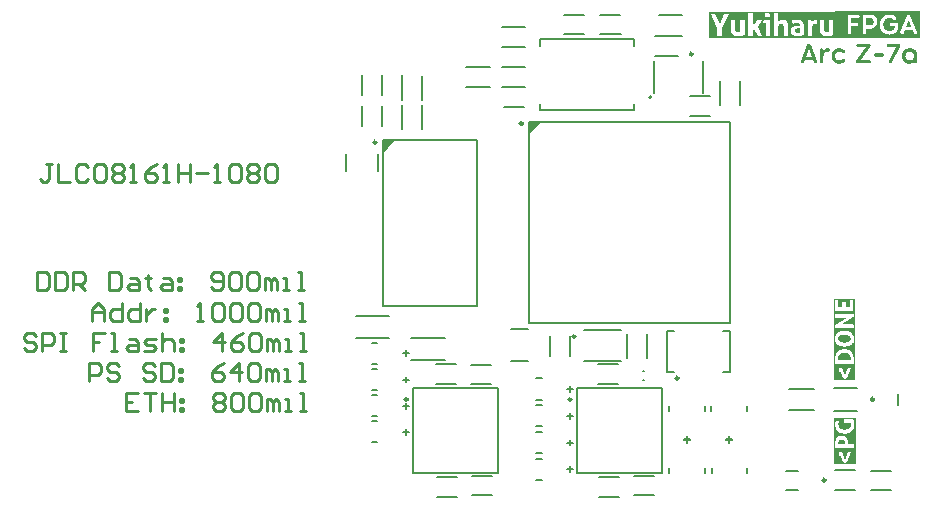
<source format=gto>
G04*
G04 #@! TF.GenerationSoftware,Altium Limited,Altium Designer,25.6.2 (33)*
G04*
G04 Layer_Color=65535*
%FSLAX25Y25*%
%MOIN*%
G70*
G04*
G04 #@! TF.SameCoordinates,D3077B53-F130-49B9-AE0B-FC42BD5CCE1B*
G04*
G04*
G04 #@! TF.FilePolarity,Positive*
G04*
G01*
G75*
%ADD10C,0.00984*%
%ADD11C,0.00787*%
%ADD12C,0.00500*%
%ADD13C,0.01000*%
G36*
X129474Y222284D02*
X125728Y218537D01*
Y222284D01*
X129474D01*
D02*
G37*
G36*
X178142Y228465D02*
X174535Y224858D01*
Y228465D01*
X178142D01*
D02*
G37*
G36*
X283400Y114400D02*
X276140D01*
Y129794D01*
X283400D01*
Y114400D01*
D02*
G37*
G36*
X283313Y142425D02*
X276053D01*
Y169554D01*
X283313D01*
Y142425D01*
D02*
G37*
G36*
X274136Y253027D02*
X274178Y253019D01*
X274195D01*
X274253Y253010D01*
X274303Y253002D01*
X274336Y252994D01*
X274345D01*
X274436Y252969D01*
X274520Y252935D01*
X274586Y252902D01*
X274645Y252860D01*
X274686Y252827D01*
X274711Y252794D01*
X274728Y252777D01*
X274736Y252769D01*
X274778Y252702D01*
X274803Y252627D01*
X274819Y252552D01*
X274828Y252485D01*
X274836Y252427D01*
X274828Y252377D01*
Y252336D01*
Y252327D01*
X274803Y252236D01*
X274769Y252161D01*
X274736Y252094D01*
X274695Y252044D01*
X274653Y252002D01*
X274628Y251977D01*
X274603Y251961D01*
X274595Y251952D01*
X274528Y251919D01*
X274453Y251894D01*
X274378Y251877D01*
X274195D01*
X274153Y251886D01*
X274145D01*
X274103Y251894D01*
X274061D01*
X274028Y251902D01*
X274020D01*
X273970Y251911D01*
X273787D01*
X273695Y251894D01*
X273612Y251869D01*
X273528Y251844D01*
X273378Y251761D01*
X273253Y251677D01*
X273153Y251586D01*
X273078Y251511D01*
X273054Y251478D01*
X273037Y251461D01*
X273029Y251444D01*
X273020Y251436D01*
X272962Y251336D01*
X272904Y251228D01*
X272862Y251111D01*
X272820Y250994D01*
X272754Y250736D01*
X272712Y250478D01*
X272695Y250361D01*
X272687Y250253D01*
X272679Y250145D01*
X272670Y250061D01*
X272662Y249987D01*
Y249937D01*
Y249895D01*
Y249886D01*
Y248570D01*
X272654Y248470D01*
X272637Y248387D01*
X272612Y248304D01*
X272587Y248246D01*
X272554Y248187D01*
X272529Y248154D01*
X272512Y248129D01*
X272504Y248121D01*
X272437Y248062D01*
X272371Y248021D01*
X272295Y247996D01*
X272229Y247979D01*
X272162Y247962D01*
X272112Y247954D01*
X272071D01*
X271979Y247962D01*
X271896Y247979D01*
X271821Y248004D01*
X271762Y248037D01*
X271712Y248071D01*
X271679Y248096D01*
X271654Y248112D01*
X271646Y248121D01*
X271596Y248187D01*
X271554Y248262D01*
X271529Y248337D01*
X271504Y248412D01*
X271496Y248470D01*
X271487Y248529D01*
Y248562D01*
Y248570D01*
Y252336D01*
X271496Y252435D01*
X271513Y252519D01*
X271537Y252594D01*
X271571Y252660D01*
X271596Y252710D01*
X271621Y252744D01*
X271637Y252769D01*
X271646Y252777D01*
X271712Y252835D01*
X271779Y252877D01*
X271854Y252910D01*
X271921Y252927D01*
X271979Y252944D01*
X272029Y252952D01*
X272071D01*
X272162Y252944D01*
X272246Y252927D01*
X272312Y252902D01*
X272371Y252877D01*
X272421Y252844D01*
X272454Y252819D01*
X272470Y252802D01*
X272479Y252794D01*
X272529Y252735D01*
X272570Y252669D01*
X272604Y252594D01*
X272620Y252527D01*
X272637Y252469D01*
X272645Y252419D01*
Y252385D01*
Y252377D01*
Y252252D01*
X272695D01*
X272779Y252385D01*
X272870Y252502D01*
X272962Y252602D01*
X273054Y252677D01*
X273137Y252744D01*
X273203Y252794D01*
X273245Y252819D01*
X273262Y252827D01*
X273395Y252894D01*
X273537Y252944D01*
X273662Y252985D01*
X273770Y253010D01*
X273862Y253027D01*
X273937Y253035D01*
X274078D01*
X274136Y253027D01*
D02*
G37*
G36*
X278210Y253019D02*
X278410Y252994D01*
X278585Y252969D01*
X278735Y252935D01*
X278860Y252894D01*
X278909Y252877D01*
X278951Y252869D01*
X278993Y252852D01*
X279018Y252844D01*
X279026Y252835D01*
X279034D01*
X279201Y252760D01*
X279359Y252677D01*
X279493Y252585D01*
X279618Y252502D01*
X279709Y252427D01*
X279784Y252369D01*
X279826Y252327D01*
X279842Y252311D01*
X279901Y252236D01*
X279942Y252169D01*
X279967Y252102D01*
X279984Y252036D01*
X279992Y251986D01*
Y251944D01*
Y251919D01*
Y251911D01*
X279976Y251836D01*
X279951Y251761D01*
X279918Y251694D01*
X279876Y251636D01*
X279842Y251586D01*
X279818Y251544D01*
X279792Y251519D01*
X279784Y251511D01*
X279709Y251444D01*
X279634Y251403D01*
X279568Y251361D01*
X279509Y251336D01*
X279459Y251328D01*
X279418Y251319D01*
X279393Y251311D01*
X279384D01*
X279318Y251319D01*
X279243Y251336D01*
X279184Y251369D01*
X279126Y251403D01*
X279084Y251428D01*
X279051Y251461D01*
X279026Y251478D01*
X279018Y251486D01*
X278943Y251561D01*
X278860Y251627D01*
X278785Y251677D01*
X278718Y251728D01*
X278660Y251761D01*
X278610Y251786D01*
X278576Y251802D01*
X278568Y251811D01*
X278468Y251852D01*
X278376Y251886D01*
X278276Y251911D01*
X278193Y251927D01*
X278118Y251936D01*
X278051Y251944D01*
X278002D01*
X277885Y251936D01*
X277768Y251919D01*
X277568Y251869D01*
X277394Y251794D01*
X277243Y251719D01*
X277127Y251636D01*
X277035Y251569D01*
X277010Y251544D01*
X276985Y251519D01*
X276977Y251511D01*
X276969Y251503D01*
X276902Y251419D01*
X276844Y251336D01*
X276744Y251161D01*
X276677Y250978D01*
X276627Y250811D01*
X276594Y250670D01*
X276586Y250603D01*
X276577Y250553D01*
Y250503D01*
X276569Y250470D01*
Y250453D01*
Y250445D01*
X276577Y250328D01*
X276594Y250220D01*
X276635Y250020D01*
X276702Y249836D01*
X276777Y249687D01*
X276844Y249562D01*
X276877Y249512D01*
X276910Y249470D01*
X276935Y249437D01*
X276952Y249412D01*
X276969Y249403D01*
Y249395D01*
X277044Y249320D01*
X277127Y249254D01*
X277293Y249153D01*
X277460Y249078D01*
X277627Y249020D01*
X277777Y248987D01*
X277843Y248979D01*
X277893Y248970D01*
X277943D01*
X277977Y248962D01*
X278002D01*
X278118Y248970D01*
X278226Y248987D01*
X278326Y249004D01*
X278410Y249028D01*
X278476Y249054D01*
X278535Y249070D01*
X278568Y249078D01*
X278576Y249087D01*
X278668Y249137D01*
X278760Y249195D01*
X278835Y249245D01*
X278901Y249303D01*
X278959Y249345D01*
X279001Y249387D01*
X279026Y249412D01*
X279034Y249420D01*
X279101Y249478D01*
X279176Y249528D01*
X279243Y249562D01*
X279301Y249578D01*
X279351Y249595D01*
X279393Y249603D01*
X279426D01*
X279501Y249595D01*
X279576Y249578D01*
X279651Y249545D01*
X279709Y249512D01*
X279759Y249478D01*
X279801Y249445D01*
X279826Y249428D01*
X279834Y249420D01*
X279892Y249345D01*
X279942Y249278D01*
X279976Y249203D01*
X280001Y249145D01*
X280017Y249087D01*
X280026Y249045D01*
Y249020D01*
Y249012D01*
Y248929D01*
X280001Y248854D01*
X279976Y248787D01*
X279942Y248720D01*
X279909Y248670D01*
X279876Y248629D01*
X279851Y248604D01*
X279842Y248595D01*
X279709Y248470D01*
X279568Y248362D01*
X279434Y248271D01*
X279301Y248196D01*
X279193Y248137D01*
X279101Y248096D01*
X279068Y248079D01*
X279051Y248071D01*
X279034Y248062D01*
X279026D01*
X278851Y248004D01*
X278676Y247954D01*
X278501Y247921D01*
X278343Y247904D01*
X278202Y247887D01*
X278143D01*
X278101Y247879D01*
X278002D01*
X277727Y247896D01*
X277468Y247929D01*
X277235Y247979D01*
X277135Y248012D01*
X277035Y248046D01*
X276952Y248071D01*
X276869Y248104D01*
X276802Y248129D01*
X276752Y248154D01*
X276702Y248171D01*
X276669Y248187D01*
X276652Y248204D01*
X276644D01*
X276435Y248337D01*
X276252Y248487D01*
X276094Y248637D01*
X275969Y248787D01*
X275861Y248920D01*
X275819Y248979D01*
X275786Y249020D01*
X275761Y249062D01*
X275744Y249095D01*
X275728Y249112D01*
Y249120D01*
X275619Y249345D01*
X275536Y249570D01*
X275478Y249795D01*
X275436Y250003D01*
X275419Y250095D01*
X275411Y250178D01*
X275403Y250253D01*
Y250320D01*
X275394Y250370D01*
Y250411D01*
Y250436D01*
Y250445D01*
X275411Y250719D01*
X275444Y250969D01*
X275503Y251203D01*
X275528Y251303D01*
X275561Y251394D01*
X275594Y251478D01*
X275619Y251553D01*
X275653Y251619D01*
X275677Y251677D01*
X275694Y251719D01*
X275711Y251752D01*
X275728Y251769D01*
Y251777D01*
X275861Y251986D01*
X276011Y252169D01*
X276161Y252327D01*
X276311Y252452D01*
X276444Y252560D01*
X276502Y252602D01*
X276544Y252635D01*
X276586Y252660D01*
X276619Y252677D01*
X276635Y252694D01*
X276644D01*
X276869Y252802D01*
X277102Y252885D01*
X277335Y252944D01*
X277543Y252985D01*
X277643Y253002D01*
X277727Y253010D01*
X277810Y253019D01*
X277877D01*
X277927Y253027D01*
X278002D01*
X278210Y253019D01*
D02*
G37*
G36*
X292446Y251319D02*
X292529Y251303D01*
X292604Y251278D01*
X292662Y251253D01*
X292712Y251228D01*
X292754Y251203D01*
X292771Y251186D01*
X292779Y251178D01*
X292837Y251119D01*
X292879Y251053D01*
X292904Y250978D01*
X292929Y250911D01*
X292937Y250853D01*
X292946Y250803D01*
Y250769D01*
Y250761D01*
X292937Y250670D01*
X292921Y250586D01*
X292896Y250511D01*
X292862Y250453D01*
X292829Y250403D01*
X292804Y250370D01*
X292787Y250353D01*
X292779Y250345D01*
X292712Y250295D01*
X292646Y250261D01*
X292571Y250228D01*
X292504Y250211D01*
X292438Y250203D01*
X292388Y250195D01*
X290255D01*
X290155Y250203D01*
X290072Y250220D01*
X289997Y250245D01*
X289930Y250270D01*
X289880Y250295D01*
X289847Y250320D01*
X289822Y250336D01*
X289813Y250345D01*
X289763Y250403D01*
X289722Y250470D01*
X289697Y250545D01*
X289672Y250611D01*
X289664Y250670D01*
X289655Y250719D01*
Y250753D01*
Y250761D01*
X289664Y250853D01*
X289680Y250936D01*
X289705Y251011D01*
X289738Y251069D01*
X289763Y251119D01*
X289789Y251153D01*
X289805Y251169D01*
X289813Y251178D01*
X289880Y251228D01*
X289955Y251261D01*
X290030Y251294D01*
X290097Y251311D01*
X290163Y251319D01*
X290213Y251328D01*
X292346D01*
X292446Y251319D01*
D02*
G37*
G36*
X297794Y254468D02*
X297869Y254460D01*
X297935Y254435D01*
X297994Y254418D01*
X298035Y254393D01*
X298068Y254368D01*
X298085Y254360D01*
X298094Y254351D01*
X298152Y254301D01*
X298194Y254243D01*
X298227Y254193D01*
X298260Y254135D01*
X298277Y254093D01*
X298293Y254051D01*
X298302Y254027D01*
Y254018D01*
X298310Y253935D01*
X298318Y253868D01*
X298310Y253810D01*
Y253802D01*
Y253793D01*
X298293Y253710D01*
X298260Y253643D01*
X298235Y253593D01*
X298227Y253585D01*
Y253577D01*
X295694Y248287D01*
X295636Y248204D01*
X295578Y248137D01*
X295520Y248087D01*
X295461Y248046D01*
X295403Y248012D01*
X295370Y247996D01*
X295336Y247979D01*
X295328D01*
X295245Y247962D01*
X295161D01*
X295086Y247971D01*
X295011Y247987D01*
X294953Y248004D01*
X294912Y248021D01*
X294878Y248029D01*
X294870Y248037D01*
X294795Y248087D01*
X294737Y248146D01*
X294687Y248204D01*
X294653Y248262D01*
X294628Y248312D01*
X294612Y248354D01*
X294603Y248379D01*
Y248387D01*
X294595Y248470D01*
Y248562D01*
X294603Y248637D01*
X294620Y248712D01*
X294637Y248770D01*
X294653Y248812D01*
X294662Y248845D01*
X294670Y248854D01*
X296927Y253368D01*
X294487D01*
X294395Y253377D01*
X294312Y253394D01*
X294237Y253418D01*
X294178Y253443D01*
X294128Y253468D01*
X294095Y253493D01*
X294070Y253510D01*
X294062Y253518D01*
X294012Y253577D01*
X293970Y253643D01*
X293945Y253710D01*
X293920Y253777D01*
X293912Y253835D01*
X293903Y253877D01*
Y253910D01*
Y253918D01*
X293912Y254010D01*
X293929Y254093D01*
X293953Y254160D01*
X293987Y254218D01*
X294012Y254268D01*
X294037Y254301D01*
X294054Y254318D01*
X294062Y254326D01*
X294128Y254376D01*
X294195Y254410D01*
X294270Y254443D01*
X294337Y254460D01*
X294395Y254468D01*
X294445Y254476D01*
X297710D01*
X297794Y254468D01*
D02*
G37*
G36*
X301775Y253019D02*
X302000Y252985D01*
X302200Y252944D01*
X302375Y252894D01*
X302458Y252869D01*
X302525Y252844D01*
X302583Y252819D01*
X302642Y252802D01*
X302675Y252785D01*
X302708Y252769D01*
X302725Y252760D01*
X302733D01*
X302933Y252652D01*
X303108Y252536D01*
X303267Y252402D01*
X303391Y252277D01*
X303500Y252169D01*
X303575Y252077D01*
X303600Y252044D01*
X303616Y252019D01*
X303633Y252002D01*
Y251994D01*
X303750Y251794D01*
X303833Y251586D01*
X303891Y251378D01*
X303933Y251178D01*
X303949Y251086D01*
X303966Y251003D01*
X303975Y250936D01*
Y250869D01*
X303983Y250819D01*
Y250778D01*
Y250753D01*
Y250745D01*
Y248570D01*
X303975Y248470D01*
X303958Y248387D01*
X303933Y248304D01*
X303908Y248246D01*
X303874Y248187D01*
X303850Y248154D01*
X303833Y248129D01*
X303825Y248121D01*
X303766Y248062D01*
X303691Y248021D01*
X303625Y247996D01*
X303558Y247979D01*
X303491Y247962D01*
X303441Y247954D01*
X303400D01*
X303308Y247962D01*
X303233Y247979D01*
X303167Y248004D01*
X303108Y248029D01*
X303058Y248054D01*
X303025Y248079D01*
X303008Y248096D01*
X303000Y248104D01*
X302950Y248162D01*
X302908Y248229D01*
X302875Y248295D01*
X302858Y248362D01*
X302842Y248420D01*
X302833Y248462D01*
X302825Y248495D01*
Y248504D01*
X302775D01*
X302708Y248420D01*
X302633Y248345D01*
X302550Y248271D01*
X302475Y248204D01*
X302400Y248154D01*
X302342Y248112D01*
X302300Y248087D01*
X302284Y248079D01*
X302150Y248012D01*
X302000Y247971D01*
X301842Y247929D01*
X301692Y247904D01*
X301551Y247896D01*
X301492Y247887D01*
X301442D01*
X301400Y247879D01*
X301342D01*
X301101Y247896D01*
X300867Y247929D01*
X300659Y247979D01*
X300476Y248037D01*
X300393Y248071D01*
X300326Y248096D01*
X300259Y248121D01*
X300209Y248146D01*
X300168Y248171D01*
X300134Y248179D01*
X300118Y248196D01*
X300109D01*
X299909Y248329D01*
X299734Y248470D01*
X299576Y248620D01*
X299451Y248762D01*
X299351Y248887D01*
X299310Y248945D01*
X299268Y248995D01*
X299243Y249028D01*
X299226Y249062D01*
X299218Y249078D01*
X299210Y249087D01*
X299093Y249303D01*
X299010Y249528D01*
X298952Y249745D01*
X298910Y249945D01*
X298893Y250037D01*
X298885Y250120D01*
X298877Y250195D01*
X298868Y250253D01*
X298860Y250311D01*
Y250345D01*
Y250370D01*
Y250378D01*
X298868Y250595D01*
X298893Y250803D01*
X298926Y250994D01*
X298976Y251178D01*
X299026Y251353D01*
X299093Y251503D01*
X299151Y251653D01*
X299218Y251777D01*
X299285Y251894D01*
X299351Y251994D01*
X299410Y252086D01*
X299468Y252152D01*
X299510Y252211D01*
X299543Y252252D01*
X299568Y252277D01*
X299576Y252286D01*
X299718Y252411D01*
X299868Y252527D01*
X300018Y252627D01*
X300184Y252710D01*
X300343Y252777D01*
X300509Y252835D01*
X300668Y252885D01*
X300826Y252927D01*
X300967Y252960D01*
X301109Y252985D01*
X301226Y253002D01*
X301334Y253010D01*
X301426Y253019D01*
X301484Y253027D01*
X301542D01*
X301775Y253019D01*
D02*
G37*
G36*
X287939Y254460D02*
X287998Y254451D01*
X288048Y254435D01*
X288081Y254418D01*
X288114Y254410D01*
X288131Y254393D01*
X288139D01*
X288231Y254326D01*
X288297Y254252D01*
X288322Y254218D01*
X288339Y254193D01*
X288347Y254176D01*
Y254168D01*
X288372Y254110D01*
X288389Y254051D01*
X288406Y253943D01*
Y253902D01*
Y253868D01*
Y253843D01*
Y253835D01*
X288381Y253710D01*
X288364Y253652D01*
X288347Y253602D01*
X288331Y253568D01*
X288314Y253535D01*
X288306Y253518D01*
X288297Y253510D01*
X285190Y249087D01*
X287864D01*
X287964Y249078D01*
X288048Y249062D01*
X288123Y249037D01*
X288181Y249012D01*
X288231Y248979D01*
X288273Y248954D01*
X288289Y248937D01*
X288297Y248929D01*
X288356Y248870D01*
X288397Y248804D01*
X288422Y248737D01*
X288447Y248670D01*
X288456Y248612D01*
X288464Y248562D01*
Y248529D01*
Y248520D01*
X288456Y248429D01*
X288439Y248345D01*
X288414Y248279D01*
X288381Y248212D01*
X288347Y248171D01*
X288322Y248129D01*
X288306Y248112D01*
X288297Y248104D01*
X288231Y248054D01*
X288164Y248021D01*
X288089Y247987D01*
X288023Y247971D01*
X287956Y247962D01*
X287906Y247954D01*
X284057D01*
X283974Y247962D01*
X283908Y247971D01*
X283849Y247987D01*
X283799Y248012D01*
X283758Y248037D01*
X283733Y248054D01*
X283716Y248062D01*
X283708Y248071D01*
X283666Y248121D01*
X283633Y248179D01*
X283583Y248287D01*
X283566Y248337D01*
X283549Y248379D01*
X283541Y248404D01*
Y248412D01*
X283533Y248504D01*
X283524Y248579D01*
X283533Y248612D01*
Y248637D01*
Y248654D01*
Y248662D01*
X283558Y248762D01*
X283599Y248845D01*
X283616Y248879D01*
X283624Y248904D01*
X283641Y248920D01*
Y248929D01*
X286748Y253344D01*
X284191D01*
X284099Y253352D01*
X284024Y253368D01*
X283958Y253394D01*
X283899Y253418D01*
X283858Y253443D01*
X283824Y253468D01*
X283808Y253485D01*
X283799Y253493D01*
X283758Y253560D01*
X283724Y253627D01*
X283699Y253693D01*
X283683Y253760D01*
X283666Y253818D01*
X283658Y253868D01*
Y253902D01*
Y253910D01*
X283666Y254001D01*
X283691Y254085D01*
X283716Y254152D01*
X283741Y254210D01*
X283774Y254260D01*
X283799Y254293D01*
X283816Y254310D01*
X283824Y254318D01*
X283891Y254368D01*
X283966Y254410D01*
X284033Y254435D01*
X284107Y254460D01*
X284166Y254468D01*
X284216Y254476D01*
X287806D01*
X287939Y254460D01*
D02*
G37*
G36*
X267922Y254551D02*
X267989Y254543D01*
X268047Y254526D01*
X268097Y254510D01*
X268139Y254485D01*
X268172Y254468D01*
X268189Y254460D01*
X268197Y254451D01*
X268255Y254410D01*
X268297Y254360D01*
X268372Y254260D01*
X268397Y254218D01*
X268414Y254176D01*
X268430Y254152D01*
Y254143D01*
X270596Y248795D01*
X270630Y248704D01*
X270638Y248612D01*
X270646Y248537D01*
X270638Y248462D01*
X270630Y248404D01*
X270621Y248362D01*
X270604Y248329D01*
Y248321D01*
X270563Y248246D01*
X270521Y248179D01*
X270463Y248121D01*
X270405Y248071D01*
X270355Y248037D01*
X270313Y248012D01*
X270280Y247996D01*
X270271Y247987D01*
X270180Y247962D01*
X270088Y247954D01*
X269938D01*
X269880Y247971D01*
X269838Y247979D01*
X269805Y247996D01*
X269796D01*
X269722Y248046D01*
X269655Y248096D01*
X269605Y248162D01*
X269555Y248220D01*
X269522Y248279D01*
X269497Y248321D01*
X269488Y248354D01*
X269480Y248362D01*
X269163Y249220D01*
X266540D01*
X266223Y248362D01*
X266181Y248271D01*
X266131Y248196D01*
X266081Y248129D01*
X266031Y248079D01*
X265981Y248046D01*
X265940Y248021D01*
X265915Y248004D01*
X265906Y247996D01*
X265823Y247971D01*
X265740Y247954D01*
X265665Y247946D01*
X265590Y247954D01*
X265523Y247962D01*
X265473Y247979D01*
X265440Y247987D01*
X265432D01*
X265348Y248037D01*
X265273Y248087D01*
X265215Y248146D01*
X265165Y248196D01*
X265132Y248246D01*
X265107Y248287D01*
X265098Y248312D01*
X265090Y248321D01*
X265065Y248404D01*
X265057Y248487D01*
Y248570D01*
X265065Y248645D01*
X265082Y248704D01*
X265090Y248754D01*
X265107Y248787D01*
Y248795D01*
X267272Y254143D01*
X267306Y254218D01*
X267348Y254276D01*
X267381Y254335D01*
X267423Y254376D01*
X267456Y254410D01*
X267481Y254435D01*
X267497Y254443D01*
X267506Y254451D01*
X267564Y254485D01*
X267631Y254518D01*
X267739Y254543D01*
X267789Y254551D01*
X267822Y254560D01*
X267856D01*
X267922Y254551D01*
D02*
G37*
G36*
X304923Y256600D02*
X234600D01*
Y265239D01*
X276500D01*
Y265281D01*
X304923D01*
Y256600D01*
D02*
G37*
%LPC*%
G36*
X282900Y129294D02*
X276640D01*
X279659D01*
X279645Y129176D01*
X279631Y129058D01*
X279624Y128954D01*
X279617Y128863D01*
X279610Y128787D01*
Y128676D01*
X279617Y128454D01*
X279624Y128350D01*
X279631Y128260D01*
X279645Y128183D01*
X279652Y128121D01*
X279659Y128079D01*
Y128065D01*
X281797D01*
X281810Y127996D01*
X281817Y127926D01*
X281824Y127899D01*
Y127878D01*
X281831Y127864D01*
Y127857D01*
X281838Y127774D01*
X281845Y127690D01*
Y127607D01*
X281838Y127454D01*
X281824Y127309D01*
X281797Y127177D01*
X281769Y127052D01*
X281727Y126941D01*
X281685Y126837D01*
X281637Y126740D01*
X281588Y126656D01*
X281547Y126580D01*
X281498Y126518D01*
X281456Y126462D01*
X281415Y126420D01*
X281387Y126386D01*
X281359Y126358D01*
X281345Y126344D01*
X281339Y126337D01*
X281234Y126261D01*
X281123Y126198D01*
X281005Y126136D01*
X280880Y126087D01*
X280749Y126046D01*
X280624Y126011D01*
X280374Y125962D01*
X280256Y125942D01*
X280145Y125928D01*
X280048Y125921D01*
X279957Y125914D01*
X279888Y125907D01*
X279839D01*
X279805D01*
X279791D01*
X279604Y125914D01*
X279423Y125928D01*
X279257Y125949D01*
X279104Y125976D01*
X278965Y126011D01*
X278840Y126046D01*
X278722Y126087D01*
X278618Y126129D01*
X278521Y126164D01*
X278445Y126205D01*
X278375Y126240D01*
X278320Y126275D01*
X278278Y126302D01*
X278250Y126323D01*
X278229Y126337D01*
X278222Y126344D01*
X278132Y126427D01*
X278049Y126524D01*
X277979Y126622D01*
X277917Y126726D01*
X277869Y126823D01*
X277827Y126927D01*
X277785Y127031D01*
X277758Y127128D01*
X277737Y127225D01*
X277723Y127309D01*
X277709Y127385D01*
X277702Y127454D01*
X277695Y127510D01*
Y127697D01*
X277702Y127802D01*
X277709Y127892D01*
X277716Y127975D01*
X277723Y128037D01*
X277730Y128086D01*
X277737Y128121D01*
Y128128D01*
X277778Y128308D01*
X277799Y128391D01*
X277827Y128475D01*
X277848Y128544D01*
X277869Y128600D01*
X277875Y128634D01*
X277882Y128648D01*
X277702Y128725D01*
X277619Y128752D01*
X277549Y128780D01*
X277487Y128801D01*
X277438Y128822D01*
X277411Y128829D01*
X277397Y128835D01*
X277216Y128884D01*
X277133Y128905D01*
X277057Y128919D01*
X276994Y128926D01*
X276945Y128933D01*
X276918Y128940D01*
X276904D01*
X276848Y128801D01*
X276807Y128662D01*
X276765Y128537D01*
X276737Y128426D01*
X276716Y128336D01*
X276703Y128266D01*
Y128239D01*
X276696Y128218D01*
Y128204D01*
X276661Y127940D01*
X276654Y127815D01*
X276647Y127697D01*
X276640Y127600D01*
Y127683D01*
Y127454D01*
X276647Y127205D01*
X276675Y126976D01*
X276716Y126767D01*
X276737Y126670D01*
X276758Y126587D01*
X276779Y126511D01*
X276800Y126441D01*
X276821Y126379D01*
X276841Y126330D01*
X276855Y126288D01*
X276869Y126261D01*
X276876Y126240D01*
Y126233D01*
X276973Y126039D01*
X277077Y125865D01*
X277188Y125713D01*
X277292Y125581D01*
X277390Y125477D01*
X277431Y125435D01*
X277466Y125400D01*
X277494Y125365D01*
X277515Y125345D01*
X277528Y125338D01*
X277535Y125331D01*
X277702Y125199D01*
X277869Y125088D01*
X278035Y124991D01*
X278195Y124914D01*
X278264Y124880D01*
X278327Y124852D01*
X278389Y124824D01*
X278438Y124803D01*
X278479Y124790D01*
X278507Y124776D01*
X278528Y124769D01*
X278535D01*
X278757Y124706D01*
X278972Y124658D01*
X279187Y124623D01*
X279381Y124602D01*
X279465Y124588D01*
X279548D01*
X279617Y124581D01*
X279673Y124574D01*
X279791D01*
X280041Y124581D01*
X280270Y124602D01*
X280485Y124637D01*
X280575Y124651D01*
X280665Y124671D01*
X280749Y124685D01*
X280825Y124699D01*
X280887Y124720D01*
X280936Y124734D01*
X280985Y124748D01*
X281012Y124755D01*
X281033Y124762D01*
X281040D01*
X281248Y124838D01*
X281436Y124928D01*
X281602Y125019D01*
X281748Y125109D01*
X281810Y125150D01*
X281866Y125192D01*
X281914Y125227D01*
X281949Y125254D01*
X281984Y125282D01*
X282005Y125303D01*
X282019Y125310D01*
X282026Y125317D01*
X282171Y125463D01*
X282303Y125622D01*
X282414Y125775D01*
X282504Y125921D01*
X282574Y126053D01*
X282602Y126108D01*
X282629Y126157D01*
X282650Y126191D01*
X282657Y126219D01*
X282671Y126240D01*
Y126247D01*
X282747Y126462D01*
X282803Y126684D01*
X282844Y126899D01*
X282872Y127108D01*
X282879Y127198D01*
X282886Y127281D01*
X282893Y127357D01*
Y127420D01*
X282900Y127475D01*
Y127683D01*
X282893Y127822D01*
X282879Y127961D01*
X282872Y128093D01*
X282858Y128204D01*
Y128253D01*
X282851Y128294D01*
Y128322D01*
X282844Y128350D01*
Y128370D01*
X282824Y128551D01*
X282789Y128718D01*
X282754Y128870D01*
X282720Y129009D01*
X282692Y129127D01*
X282678Y129176D01*
X282664Y129217D01*
X282650Y129252D01*
X282643Y129273D01*
X282636Y129287D01*
Y129294D01*
X282900D01*
D02*
G37*
G36*
X278868Y123839D02*
X278757D01*
X278521Y123832D01*
X278313Y123804D01*
X278222Y123790D01*
X278132Y123769D01*
X278049Y123749D01*
X277979Y123728D01*
X277910Y123707D01*
X277855Y123686D01*
X277806Y123665D01*
X277764Y123651D01*
X277730Y123637D01*
X277709Y123624D01*
X277695Y123617D01*
X277688D01*
X277542Y123533D01*
X277411Y123436D01*
X277299Y123339D01*
X277209Y123249D01*
X277140Y123172D01*
X277084Y123103D01*
X277057Y123061D01*
X277043Y123055D01*
Y123048D01*
X276966Y122916D01*
X276897Y122777D01*
X276841Y122645D01*
X276800Y122527D01*
X276772Y122423D01*
X276758Y122374D01*
X276744Y122340D01*
X276737Y122305D01*
Y122284D01*
X276730Y122270D01*
Y122263D01*
X276703Y122104D01*
X276675Y121951D01*
X276661Y121805D01*
X276654Y121673D01*
X276647Y121569D01*
X276640Y121521D01*
Y121111D01*
X276647Y120979D01*
Y120854D01*
X276654Y120750D01*
Y120674D01*
X276661Y120646D01*
Y120605D01*
X276668Y120459D01*
X276675Y120313D01*
X276689Y120188D01*
X276696Y120070D01*
X276703Y119966D01*
X276710Y119897D01*
Y119862D01*
X276716Y119848D01*
Y119827D01*
X276640D01*
X282844D01*
Y120556D01*
X282838Y120646D01*
Y120688D01*
X282831Y120716D01*
Y120744D01*
X282824Y120854D01*
X282817Y120910D01*
Y120959D01*
X282810Y121000D01*
X282803Y121028D01*
Y121056D01*
X280860D01*
X280867Y121118D01*
Y121181D01*
X280873Y121222D01*
Y121444D01*
X280867Y121597D01*
X280860Y121750D01*
X280846Y121889D01*
X280832Y122013D01*
X280818Y122125D01*
X280811Y122166D01*
X280804Y122208D01*
X280797Y122236D01*
X280790Y122256D01*
Y122277D01*
X280755Y122437D01*
X280707Y122583D01*
X280651Y122714D01*
X280596Y122826D01*
X280547Y122923D01*
X280506Y122992D01*
X280492Y123020D01*
X280478Y123041D01*
X280471Y123048D01*
Y123055D01*
X280374Y123179D01*
X280270Y123291D01*
X280166Y123388D01*
X280062Y123464D01*
X279964Y123533D01*
X279895Y123575D01*
X279867Y123596D01*
X279846Y123610D01*
X279833Y123617D01*
X279826D01*
X279659Y123693D01*
X279486Y123749D01*
X279305Y123783D01*
X279138Y123811D01*
X279062Y123818D01*
X278986Y123825D01*
X278923Y123832D01*
X278868Y123839D01*
D02*
G37*
G36*
X278681Y118516D02*
X278660D01*
D01*
X278681D01*
D02*
G37*
G36*
X281533D02*
X281172D01*
X281130Y118509D01*
X281102D01*
X281089D01*
X281082D01*
X280985Y118502D01*
X280894Y118488D01*
X280867Y118481D01*
X280839D01*
X280825Y118474D01*
X280818D01*
X279950Y115927D01*
X279028Y118474D01*
X278930Y118495D01*
X278847Y118502D01*
X278812Y118509D01*
X278785D01*
X278771D01*
X278764D01*
X278660Y118516D01*
X277938D01*
Y114900D01*
Y118467D01*
X279312Y114976D01*
X279423Y114949D01*
X279534Y114935D01*
X279638Y114921D01*
X279728Y114907D01*
X279805D01*
X279867Y114900D01*
X277938D01*
X281956D01*
X279916D01*
X280034Y114907D01*
X280152Y114914D01*
X280263Y114928D01*
X280367Y114942D01*
X280450Y114955D01*
X280520Y114962D01*
X280561Y114976D01*
X280568D01*
X280575D01*
X281956Y118467D01*
D01*
X281831Y118488D01*
X281776Y118495D01*
X281734Y118502D01*
X281692D01*
X281665Y118509D01*
X281644D01*
X281637D01*
X281533Y118516D01*
D02*
G37*
%LPD*%
G36*
X278882Y122569D02*
X278986Y122562D01*
X279069Y122548D01*
X279146Y122527D01*
X279201Y122506D01*
X279250Y122492D01*
X279277Y122485D01*
X279284Y122478D01*
X279361Y122444D01*
X279423Y122402D01*
X279479Y122361D01*
X279527Y122319D01*
X279569Y122284D01*
X279597Y122256D01*
X279610Y122236D01*
X279617Y122229D01*
X279701Y122111D01*
X279728Y122048D01*
X279756Y121993D01*
X279770Y121944D01*
X279784Y121909D01*
X279798Y121882D01*
Y121875D01*
X279833Y121722D01*
X279839Y121653D01*
X279846Y121590D01*
X279853Y121535D01*
Y121181D01*
X279846Y121118D01*
X279839Y121077D01*
Y121056D01*
X277688D01*
X277681Y121111D01*
Y121153D01*
X277674Y121195D01*
Y121229D01*
X277667Y121250D01*
Y121285D01*
X277660Y121347D01*
Y121458D01*
X277667Y121611D01*
X277674Y121687D01*
X277688Y121750D01*
X277695Y121798D01*
X277709Y121840D01*
X277716Y121868D01*
Y121875D01*
X277737Y121951D01*
X277771Y122013D01*
X277799Y122076D01*
X277827Y122125D01*
X277862Y122173D01*
X277882Y122201D01*
X277896Y122222D01*
X277903Y122229D01*
X277959Y122284D01*
X278014Y122333D01*
X278070Y122381D01*
X278125Y122416D01*
X278174Y122444D01*
X278216Y122465D01*
X278243Y122471D01*
X278250Y122478D01*
X278333Y122513D01*
X278424Y122534D01*
X278514Y122555D01*
X278597Y122562D01*
X278667Y122569D01*
X278722Y122576D01*
X278764D01*
X278771D01*
X278778D01*
X278882Y122569D01*
D02*
G37*
G36*
X282844Y119827D02*
X282803D01*
X282817Y119952D01*
X282824Y120001D01*
Y120091D01*
X282831Y120126D01*
Y120154D01*
X282838Y120265D01*
Y120313D01*
X282844Y120362D01*
Y119827D01*
D02*
G37*
G36*
X278306Y118509D02*
X278216Y118502D01*
X278132Y118495D01*
X278056Y118481D01*
X277993Y118474D01*
X277952Y118467D01*
X277945D01*
X277938D01*
Y118516D01*
X278389D01*
X278306Y118509D01*
D02*
G37*
%LPC*%
G36*
X282716Y169054D02*
X276658D01*
Y165508D01*
X282716D01*
Y169006D01*
X282529Y169034D01*
X282438Y169040D01*
X282355Y169047D01*
X282293Y169054D01*
X282716D01*
D02*
G37*
G36*
Y164321D02*
X276658D01*
X276630Y164141D01*
X276623Y164058D01*
X276616Y163974D01*
X276609Y163912D01*
Y164321D01*
D01*
Y159873D01*
D01*
Y160365D01*
X276616Y160192D01*
X276623Y160109D01*
X276630Y160032D01*
X276644Y159970D01*
X276651Y159914D01*
X276658Y159887D01*
Y159873D01*
X276609D01*
X282765D01*
X282716D01*
X282744Y160067D01*
X282751Y160157D01*
X282758Y160233D01*
X282765Y160303D01*
Y160407D01*
X282758Y160608D01*
X282751Y160705D01*
X282737Y160789D01*
X282730Y160858D01*
X282723Y160907D01*
X282716Y160941D01*
Y160955D01*
X278864D01*
X282716Y163315D01*
X282730Y163419D01*
X282744Y163516D01*
X282751Y163606D01*
X282758Y163683D01*
X282765Y163745D01*
Y163835D01*
X282758Y164002D01*
X282751Y164085D01*
X282737Y164162D01*
X282730Y164224D01*
X282723Y164273D01*
X282716Y164307D01*
Y164321D01*
D02*
G37*
G36*
X279815Y158853D02*
X276553D01*
X279704D01*
X279454Y158846D01*
X279218Y158825D01*
X279010Y158804D01*
X278913Y158790D01*
X278823Y158776D01*
X278740Y158755D01*
X278663Y158741D01*
X278601Y158728D01*
X278545Y158721D01*
X278503Y158707D01*
X278476Y158700D01*
X278455Y158693D01*
X278448D01*
X278240Y158630D01*
X278046Y158554D01*
X277879Y158478D01*
X277733Y158395D01*
X277671Y158360D01*
X277615Y158325D01*
X277567Y158297D01*
X277525Y158270D01*
X277490Y158249D01*
X277469Y158228D01*
X277456Y158221D01*
X277449Y158214D01*
X277296Y158089D01*
X277164Y157950D01*
X277053Y157811D01*
X276963Y157687D01*
X276887Y157569D01*
X276859Y157520D01*
X276831Y157478D01*
X276817Y157444D01*
X276803Y157416D01*
X276789Y157402D01*
Y157395D01*
X276713Y157201D01*
X276651Y157006D01*
X276609Y156805D01*
X276581Y156625D01*
X276574Y156542D01*
X276567Y156465D01*
X276560Y156396D01*
X276553Y156333D01*
Y156222D01*
X276560Y155972D01*
X276588Y155750D01*
X276609Y155646D01*
X276630Y155542D01*
X276651Y155452D01*
X276671Y155369D01*
X276692Y155299D01*
X276713Y155230D01*
X276734Y155174D01*
X276755Y155126D01*
X276768Y155084D01*
X276782Y155056D01*
X276789Y155042D01*
Y155035D01*
X276887Y154862D01*
X276991Y154702D01*
X277102Y154557D01*
X277206Y154439D01*
X277303Y154348D01*
X277379Y154272D01*
X277407Y154251D01*
X277428Y154230D01*
X277442Y154224D01*
X277449Y154217D01*
X277615Y154105D01*
X277782Y154008D01*
X277948Y153925D01*
X278108Y153856D01*
X278177Y153828D01*
X278240Y153807D01*
X278302Y153786D01*
X278351Y153765D01*
X278393Y153752D01*
X278420Y153745D01*
X278441Y153738D01*
X278448D01*
X278670Y153689D01*
X278885Y153647D01*
X279100Y153620D01*
X279295Y153606D01*
X279378Y153599D01*
X279461Y153592D01*
X279531D01*
X279586Y153585D01*
X279704D01*
X279954Y153592D01*
X280183Y153606D01*
X280391Y153634D01*
X280488Y153647D01*
X280579Y153661D01*
X280655Y153675D01*
X280731Y153689D01*
X280794Y153703D01*
X280849Y153717D01*
X280891Y153724D01*
X280919Y153731D01*
X280939Y153738D01*
X280946D01*
X281155Y153807D01*
X281342Y153883D01*
X281508Y153960D01*
X281654Y154036D01*
X281717Y154071D01*
X281772Y154105D01*
X281821Y154140D01*
X281856Y154161D01*
X281890Y154189D01*
X281911Y154203D01*
X281925Y154217D01*
X281932D01*
X282078Y154348D01*
X282209Y154480D01*
X282320Y154619D01*
X282411Y154751D01*
X282487Y154862D01*
X282515Y154911D01*
X282543Y154952D01*
X282557Y154987D01*
X282570Y155015D01*
X282584Y155028D01*
Y155035D01*
X282661Y155230D01*
X282716Y155431D01*
X282758Y155632D01*
X282786Y155820D01*
X282792Y155903D01*
X282799Y155979D01*
X282806Y156049D01*
Y156104D01*
X282813Y156153D01*
Y154557D01*
Y156153D01*
Y156222D01*
X282806Y156465D01*
X282779Y156694D01*
X282758Y156798D01*
X282744Y156895D01*
X282723Y156979D01*
X282695Y157062D01*
X282674Y157138D01*
X282654Y157201D01*
X282640Y157263D01*
X282619Y157305D01*
X282605Y157346D01*
X282591Y157374D01*
X282584Y157388D01*
Y157395D01*
X282487Y157576D01*
X282383Y157735D01*
X282272Y157874D01*
X282168Y157992D01*
X282078Y158089D01*
X282001Y158159D01*
X281974Y158179D01*
X281953Y158200D01*
X281939Y158207D01*
X281932Y158214D01*
X281772Y158325D01*
X281599Y158429D01*
X281439Y158512D01*
X281279Y158575D01*
X281210Y158603D01*
X281148Y158630D01*
X281092Y158644D01*
X281044Y158665D01*
X281002Y158679D01*
X280974Y158686D01*
X280953Y158693D01*
X280946D01*
X280731Y158748D01*
X280509Y158783D01*
X280301Y158811D01*
X280114Y158832D01*
X280023Y158839D01*
X279947Y158846D01*
X279878D01*
X279815Y158853D01*
D02*
G37*
G36*
X279829Y152731D02*
X279725D01*
D01*
D01*
D01*
X276553D01*
X279725D01*
X279440Y152725D01*
X279170Y152697D01*
X278920Y152655D01*
X278684Y152600D01*
X278476Y152537D01*
X278281Y152468D01*
X278101Y152391D01*
X277941Y152315D01*
X277803Y152239D01*
X277685Y152162D01*
X277580Y152093D01*
X277497Y152031D01*
X277435Y151975D01*
X277386Y151933D01*
X277358Y151906D01*
X277351Y151899D01*
X277213Y151739D01*
X277088Y151558D01*
X276984Y151371D01*
X276887Y151170D01*
X276810Y150969D01*
X276748Y150767D01*
X276692Y150573D01*
X276651Y150379D01*
X276623Y150198D01*
X276595Y150025D01*
X276574Y149872D01*
X276567Y149740D01*
X276560Y149629D01*
X276553Y149588D01*
Y147873D01*
Y149303D01*
X276560Y149143D01*
X276567Y148998D01*
Y148873D01*
X276574Y148762D01*
X276581Y148720D01*
Y148685D01*
X276588Y148658D01*
Y148616D01*
X276602Y148470D01*
X276609Y148338D01*
X276623Y148214D01*
X276630Y148102D01*
X276644Y148005D01*
X276651Y147936D01*
Y147908D01*
X276658Y147887D01*
Y147873D01*
X276553D01*
X282716D01*
X282730Y148005D01*
X282744Y148137D01*
X282758Y148255D01*
X282765Y148366D01*
X282772Y148456D01*
X282779Y148526D01*
X282786Y148554D01*
Y148588D01*
X282799Y148866D01*
X282806Y149005D01*
Y149123D01*
X282813Y149234D01*
Y149386D01*
X282806Y149685D01*
X282779Y149969D01*
X282744Y150233D01*
X282695Y150476D01*
X282640Y150698D01*
X282577Y150906D01*
X282508Y151094D01*
X282438Y151260D01*
X282369Y151406D01*
X282307Y151531D01*
X282244Y151642D01*
X282189Y151725D01*
X282140Y151795D01*
X282105Y151843D01*
X282078Y151878D01*
X282071Y151885D01*
X281918Y152037D01*
X281751Y152162D01*
X281578Y152280D01*
X281391Y152377D01*
X281196Y152454D01*
X281002Y152523D01*
X280808Y152579D01*
X280613Y152627D01*
X280440Y152662D01*
X280266Y152690D01*
X280120Y152704D01*
X279989Y152717D01*
X279878Y152725D01*
X279829Y152731D01*
D02*
G37*
G36*
X281446Y146541D02*
X281085D01*
X281044Y146534D01*
X281016D01*
X281002D01*
X280995D01*
X280898Y146527D01*
X280808Y146513D01*
X280780Y146506D01*
X280752D01*
X280738Y146499D01*
X280731D01*
X279864Y143952D01*
X278941Y146499D01*
X278844Y146520D01*
X278760Y146527D01*
X278726Y146534D01*
X278698D01*
X278684D01*
X278677D01*
X278573Y146541D01*
X278594D01*
X277851D01*
Y142925D01*
Y146492D01*
Y146541D01*
X278302D01*
X278219Y146534D01*
X278129Y146527D01*
X278046Y146520D01*
X277969Y146506D01*
X277907Y146499D01*
X277865Y146492D01*
X277858D01*
X277851D01*
X279225Y143001D01*
X279336Y142974D01*
X279447Y142960D01*
X279551Y142946D01*
X279642Y142932D01*
X279718D01*
X279781Y142925D01*
X277851D01*
X281869D01*
X279829D01*
X279947Y142932D01*
X280065Y142939D01*
X280176Y142953D01*
X280280Y142967D01*
X280363Y142981D01*
X280433Y142988D01*
X280474Y143001D01*
X280481D01*
X280488D01*
X281869Y146492D01*
D01*
X281745Y146513D01*
X281689Y146520D01*
X281647Y146527D01*
X281606D01*
X281578Y146534D01*
X281557D01*
X281550D01*
X281446Y146541D01*
D02*
G37*
%LPD*%
G36*
X281994Y169047D02*
X281911Y169040D01*
X281835Y169034D01*
X281765Y169020D01*
X281717Y169013D01*
X281689Y169006D01*
X281675D01*
Y166736D01*
X280072D01*
Y168492D01*
X279878Y168520D01*
X279787Y168527D01*
X279704Y168534D01*
X279635Y168541D01*
X279586D01*
X279551D01*
X279538D01*
X279350Y168534D01*
X279260Y168527D01*
X279184Y168520D01*
X279114Y168506D01*
X279066Y168499D01*
X279031Y168492D01*
X279017D01*
Y166736D01*
X277705D01*
Y168943D01*
X277511Y168978D01*
X277421Y168985D01*
X277344Y168992D01*
X277275Y168999D01*
X277220D01*
X277185D01*
X277171D01*
X276977Y168992D01*
X276893Y168985D01*
X276817Y168971D01*
X276748Y168964D01*
X276699Y168950D01*
X276671Y168943D01*
X276658D01*
Y169054D01*
X282189D01*
X281994Y169047D01*
D02*
G37*
G36*
X276616Y163606D02*
X276623Y163509D01*
X276630Y163419D01*
X276644Y163343D01*
X276651Y163287D01*
X276658Y163245D01*
Y163232D01*
X280516D01*
X276658Y160893D01*
X276644Y160796D01*
X276630Y160698D01*
X276623Y160608D01*
X276616Y160525D01*
X276609Y160463D01*
Y163815D01*
X276616Y163606D01*
D02*
G37*
G36*
X279891Y157520D02*
X280072Y157513D01*
X280239Y157492D01*
X280391Y157471D01*
X280537Y157444D01*
X280676Y157409D01*
X280794Y157367D01*
X280912Y157326D01*
X281016Y157277D01*
X281113Y157222D01*
X281203Y157173D01*
X281279Y157117D01*
X281356Y157055D01*
X281418Y157000D01*
X281529Y156875D01*
X281620Y156750D01*
X281682Y156639D01*
X281731Y156528D01*
X281758Y156423D01*
X281779Y156340D01*
X281786Y156278D01*
X281793Y156236D01*
Y156222D01*
X281786Y156104D01*
X281772Y155993D01*
X281745Y155882D01*
X281703Y155785D01*
X281654Y155695D01*
X281599Y155612D01*
X281536Y155535D01*
X281467Y155459D01*
X281307Y155334D01*
X281134Y155223D01*
X280946Y155140D01*
X280745Y155070D01*
X280551Y155015D01*
X280363Y154973D01*
X280190Y154945D01*
X280030Y154924D01*
X279961Y154918D01*
X279898Y154911D01*
X279843D01*
X279794Y154904D01*
X279753D01*
X279725D01*
X279711D01*
X279704D01*
X279517Y154911D01*
X279336Y154918D01*
X279170Y154938D01*
X279010Y154959D01*
X278864Y154994D01*
X278732Y155028D01*
X278608Y155063D01*
X278490Y155112D01*
X278385Y155160D01*
X278288Y155209D01*
X278198Y155264D01*
X278122Y155320D01*
X278046Y155383D01*
X277983Y155445D01*
X277872Y155570D01*
X277782Y155688D01*
X277719Y155813D01*
X277671Y155924D01*
X277643Y156021D01*
X277622Y156104D01*
X277615Y156174D01*
X277608Y156215D01*
Y156229D01*
X277615Y156347D01*
X277629Y156465D01*
X277657Y156569D01*
X277692Y156666D01*
X277733Y156750D01*
X277775Y156833D01*
X277823Y156902D01*
X277872Y156972D01*
X277921Y157027D01*
X277969Y157076D01*
X278011Y157117D01*
X278052Y157152D01*
X278087Y157173D01*
X278115Y157194D01*
X278129Y157208D01*
X278136D01*
X278240Y157263D01*
X278351Y157312D01*
X278476Y157353D01*
X278601Y157395D01*
X278857Y157451D01*
X279114Y157485D01*
X279232Y157499D01*
X279343Y157513D01*
X279447Y157520D01*
X279531D01*
X279607Y157527D01*
X279656D01*
X279690D01*
X279704D01*
X279891Y157520D01*
D02*
G37*
G36*
X279926Y151420D02*
X280120Y151406D01*
X280301Y151378D01*
X280377Y151364D01*
X280447Y151357D01*
X280509Y151343D01*
X280565Y151330D01*
X280613Y151316D01*
X280655Y151302D01*
X280683Y151295D01*
X280703Y151288D01*
X280717Y151281D01*
X280724D01*
X280863Y151225D01*
X280988Y151156D01*
X281099Y151094D01*
X281189Y151031D01*
X281259Y150976D01*
X281314Y150934D01*
X281342Y150906D01*
X281356Y150892D01*
X281439Y150795D01*
X281508Y150698D01*
X281564Y150601D01*
X281606Y150511D01*
X281640Y150434D01*
X281661Y150372D01*
X281675Y150330D01*
X281682Y150323D01*
Y150316D01*
X281710Y150191D01*
X281731Y150066D01*
X281745Y149942D01*
X281751Y149830D01*
X281758Y149733D01*
X281765Y149664D01*
Y149435D01*
X281758Y149393D01*
Y149310D01*
X281751Y149227D01*
Y149171D01*
X281745Y149129D01*
Y149116D01*
X277643D01*
X277636Y149206D01*
X277629Y149296D01*
X277622Y149331D01*
Y149386D01*
X277615Y149497D01*
Y149664D01*
X277622Y149796D01*
X277629Y149921D01*
X277643Y150032D01*
X277664Y150129D01*
X277685Y150212D01*
X277698Y150275D01*
X277705Y150316D01*
X277712Y150330D01*
X277754Y150448D01*
X277803Y150552D01*
X277858Y150649D01*
X277914Y150733D01*
X277962Y150802D01*
X278004Y150851D01*
X278032Y150878D01*
X278046Y150892D01*
X278143Y150976D01*
X278247Y151059D01*
X278351Y151121D01*
X278455Y151177D01*
X278552Y151225D01*
X278622Y151253D01*
X278649Y151267D01*
X278670Y151274D01*
X278684Y151281D01*
X278691D01*
X278851Y151330D01*
X279017Y151364D01*
X279191Y151392D01*
X279350Y151406D01*
X279420Y151413D01*
X279489Y151420D01*
X279551D01*
X279600Y151427D01*
X279642D01*
X279676D01*
X279697D01*
X279704D01*
X279926Y151420D01*
D02*
G37*
%LPC*%
G36*
X301584Y251944D02*
X301517D01*
X301334Y251936D01*
X301167Y251911D01*
X301017Y251869D01*
X300892Y251836D01*
X300801Y251794D01*
X300726Y251761D01*
X300684Y251736D01*
X300668Y251728D01*
X300551Y251644D01*
X300459Y251553D01*
X300376Y251461D01*
X300301Y251378D01*
X300251Y251294D01*
X300218Y251236D01*
X300193Y251194D01*
X300184Y251178D01*
X300134Y251044D01*
X300101Y250920D01*
X300068Y250795D01*
X300051Y250686D01*
X300043Y250586D01*
X300034Y250511D01*
Y250461D01*
Y250453D01*
Y250445D01*
X300043Y250320D01*
X300059Y250203D01*
X300109Y249987D01*
X300168Y249795D01*
X300243Y249645D01*
X300284Y249578D01*
X300318Y249520D01*
X300351Y249470D01*
X300384Y249437D01*
X300409Y249403D01*
X300426Y249378D01*
X300443Y249370D01*
Y249362D01*
X300518Y249295D01*
X300601Y249229D01*
X300767Y249137D01*
X300942Y249062D01*
X301109Y249012D01*
X301251Y248987D01*
X301317Y248979D01*
X301367Y248970D01*
X301417Y248962D01*
X301476D01*
X301584Y248970D01*
X301692Y248979D01*
X301884Y249020D01*
X302050Y249078D01*
X302184Y249145D01*
X302300Y249212D01*
X302375Y249270D01*
X302425Y249312D01*
X302442Y249328D01*
X302508Y249403D01*
X302567Y249487D01*
X302658Y249662D01*
X302725Y249845D01*
X302775Y250020D01*
X302800Y250186D01*
X302808Y250253D01*
X302817Y250320D01*
X302825Y250370D01*
Y250403D01*
Y250428D01*
Y250436D01*
Y250636D01*
X302808Y250853D01*
X302775Y251044D01*
X302725Y251203D01*
X302667Y251336D01*
X302600Y251444D01*
X302550Y251519D01*
X302517Y251569D01*
X302500Y251586D01*
X302367Y251702D01*
X302209Y251786D01*
X302050Y251852D01*
X301884Y251894D01*
X301742Y251927D01*
X301684Y251936D01*
X301625D01*
X301584Y251944D01*
D02*
G37*
G36*
X267856Y252760D02*
X266931Y250270D01*
X268772D01*
X267856Y252760D01*
D02*
G37*
G36*
X254817Y264739D02*
X253809D01*
X253693Y264730D01*
X253643D01*
X253601Y264722D01*
X253568D01*
X253426Y264714D01*
X253368Y264705D01*
X253309Y264697D01*
X253268Y264689D01*
X253234D01*
X253209Y264680D01*
X253201D01*
X253184Y264547D01*
X253168Y264430D01*
X253159Y264314D01*
X253151Y264214D01*
X253143Y264130D01*
Y264064D01*
Y264022D01*
Y264006D01*
X253151Y263756D01*
X253159Y263647D01*
X253176Y263539D01*
X253184Y263447D01*
X253193Y263381D01*
X253201Y263339D01*
Y263322D01*
X253334Y263306D01*
X253451Y263289D01*
X253501D01*
X253543Y263281D01*
X253576D01*
X253717Y263273D01*
X254067D01*
X254192Y263281D01*
X254309D01*
X254451Y263298D01*
X254517D01*
X254567Y263306D01*
X254609Y263314D01*
X254650Y263322D01*
X254676D01*
X254700Y263447D01*
X254709Y263556D01*
X254717Y263606D01*
Y263639D01*
Y263656D01*
Y263664D01*
X254726Y263789D01*
X254734Y263897D01*
Y263947D01*
Y263981D01*
Y263997D01*
Y264006D01*
Y264130D01*
X254726Y264239D01*
Y264281D01*
X254717Y264314D01*
Y264330D01*
Y264339D01*
X254709Y264464D01*
X254692Y264572D01*
X254684Y264622D01*
Y264655D01*
X254676Y264672D01*
Y264680D01*
X254551Y264705D01*
X254426Y264714D01*
X254376Y264722D01*
X254301D01*
X254159Y264730D01*
X254101Y264739D01*
X254817D01*
D02*
G37*
G36*
X294668Y264281D02*
X294577D01*
X294510Y264272D01*
X294427Y264264D01*
X294327Y264256D01*
X294218Y264239D01*
X294102Y264222D01*
X293968Y264197D01*
X293835Y264164D01*
X293552Y264089D01*
X293410Y264039D01*
X293269Y263981D01*
X293127Y263906D01*
X292986Y263831D01*
X292977Y263823D01*
X292952Y263814D01*
X292919Y263789D01*
X292869Y263748D01*
X292811Y263706D01*
X292736Y263656D01*
X292661Y263589D01*
X292577Y263523D01*
X292486Y263439D01*
X292394Y263348D01*
X292302Y263256D01*
X292202Y263148D01*
X292019Y262906D01*
X291853Y262640D01*
X291844Y262631D01*
X291836Y262606D01*
X291819Y262565D01*
X291786Y262506D01*
X291761Y262440D01*
X291728Y262348D01*
X291686Y262257D01*
X291653Y262140D01*
X291611Y262023D01*
X291578Y261890D01*
X291536Y261748D01*
X291511Y261598D01*
X291486Y261440D01*
X291461Y261274D01*
X291453Y261099D01*
X291444Y260915D01*
Y260815D01*
X291453Y260749D01*
X291461Y260657D01*
X291469Y260557D01*
X291486Y260449D01*
X291503Y260324D01*
X291528Y260191D01*
X291553Y260049D01*
X291628Y259757D01*
X291678Y259608D01*
X291736Y259458D01*
X291803Y259308D01*
X291878Y259166D01*
X291886Y259158D01*
X291894Y259133D01*
X291919Y259091D01*
X291961Y259041D01*
X292003Y258983D01*
X292053Y258908D01*
X292111Y258833D01*
X292186Y258741D01*
X292261Y258650D01*
X292352Y258558D01*
X292544Y258366D01*
X292769Y258175D01*
X293027Y258008D01*
X293035Y258000D01*
X293060Y257992D01*
X293102Y257975D01*
X293152Y257942D01*
X293219Y257916D01*
X293302Y257883D01*
X293394Y257842D01*
X293502Y257808D01*
X293619Y257767D01*
X293743Y257733D01*
X293877Y257692D01*
X294018Y257667D01*
X294318Y257617D01*
X294477Y257608D01*
X294643Y257600D01*
X294718D01*
X294768Y257608D01*
X294835D01*
X294910Y257617D01*
X295001Y257625D01*
X295093Y257633D01*
X295309Y257667D01*
X295543Y257717D01*
X295793Y257783D01*
X296043Y257875D01*
X296051D01*
X296076Y257892D01*
X296109Y257908D01*
X296151Y257925D01*
X296209Y257958D01*
X296276Y257992D01*
X296426Y258083D01*
X296601Y258208D01*
X296784Y258350D01*
X296959Y258516D01*
X297126Y258716D01*
X297134Y258724D01*
X297142Y258741D01*
X297167Y258774D01*
X297192Y258816D01*
X297225Y258875D01*
X297259Y258941D01*
X297300Y259016D01*
X297342Y259108D01*
X297375Y259199D01*
X297417Y259308D01*
X297459Y259424D01*
X297484Y259549D01*
X297542Y259816D01*
X297550Y259966D01*
X297559Y260116D01*
Y260965D01*
X297550Y261015D01*
X297542Y261074D01*
X297525Y261132D01*
X297492Y261199D01*
X297459Y261265D01*
X297409Y261323D01*
X297400Y261332D01*
X297384Y261349D01*
X297350Y261373D01*
X297300Y261399D01*
X297242Y261423D01*
X297167Y261449D01*
X297084Y261465D01*
X296992Y261473D01*
X295301D01*
X295251Y261465D01*
X295193Y261457D01*
X295126Y261440D01*
X295051Y261407D01*
X294985Y261373D01*
X294918Y261323D01*
X294910Y261315D01*
X294893Y261298D01*
X294868Y261265D01*
X294835Y261224D01*
X294810Y261165D01*
X294785Y261099D01*
X294760Y261015D01*
X294751Y260924D01*
Y260915D01*
Y260882D01*
X294760Y260840D01*
X294776Y260782D01*
X294793Y260715D01*
X294826Y260649D01*
X294868Y260582D01*
X294918Y260524D01*
X294926Y260515D01*
X294951Y260499D01*
X294985Y260482D01*
X295035Y260457D01*
X295093Y260424D01*
X295168Y260407D01*
X295251Y260390D01*
X295343Y260382D01*
X296417D01*
Y260241D01*
Y260232D01*
Y260207D01*
X296409Y260174D01*
Y260124D01*
X296401Y260066D01*
X296384Y259991D01*
X296351Y259832D01*
X296292Y259649D01*
X296209Y259466D01*
X296159Y259374D01*
X296093Y259283D01*
X296026Y259199D01*
X295943Y259116D01*
X295934Y259108D01*
X295926Y259099D01*
X295893Y259083D01*
X295859Y259049D01*
X295818Y259024D01*
X295759Y258983D01*
X295693Y258949D01*
X295626Y258908D01*
X295543Y258875D01*
X295451Y258833D01*
X295351Y258800D01*
X295243Y258766D01*
X295001Y258716D01*
X294876Y258708D01*
X294735Y258700D01*
X294693D01*
X294652Y258708D01*
X294585D01*
X294510Y258724D01*
X294418Y258733D01*
X294318Y258758D01*
X294210Y258783D01*
X294093Y258816D01*
X293977Y258858D01*
X293852Y258908D01*
X293727Y258966D01*
X293602Y259033D01*
X293477Y259116D01*
X293360Y259208D01*
X293252Y259308D01*
X293244Y259316D01*
X293227Y259333D01*
X293202Y259366D01*
X293160Y259416D01*
X293119Y259474D01*
X293069Y259549D01*
X293019Y259632D01*
X292961Y259733D01*
X292911Y259841D01*
X292852Y259966D01*
X292802Y260099D01*
X292761Y260241D01*
X292719Y260390D01*
X292686Y260557D01*
X292661Y260740D01*
X292652Y260924D01*
Y260932D01*
Y260949D01*
Y260990D01*
X292661Y261032D01*
Y261090D01*
X292669Y261157D01*
X292686Y261307D01*
X292719Y261482D01*
X292761Y261673D01*
X292819Y261873D01*
X292894Y262065D01*
Y262073D01*
X292902Y262090D01*
X292919Y262115D01*
X292935Y262148D01*
X292994Y262240D01*
X293069Y262356D01*
X293169Y262481D01*
X293285Y262615D01*
X293419Y262748D01*
X293577Y262865D01*
X293585D01*
X293594Y262881D01*
X293619Y262890D01*
X293652Y262914D01*
X293702Y262931D01*
X293752Y262956D01*
X293877Y263015D01*
X294027Y263073D01*
X294210Y263123D01*
X294410Y263156D01*
X294635Y263173D01*
X294685D01*
X294726Y263164D01*
X294768D01*
X294826Y263156D01*
X294951Y263139D01*
X295085Y263106D01*
X295235Y263073D01*
X295385Y263023D01*
X295518Y262956D01*
X295534Y262948D01*
X295576Y262923D01*
X295634Y262890D01*
X295709Y262840D01*
X295793Y262790D01*
X295884Y262731D01*
X295968Y262665D01*
X296043Y262606D01*
X296051Y262598D01*
X296076Y262581D01*
X296117Y262565D01*
X296167Y262540D01*
X296226Y262506D01*
X296301Y262490D01*
X296376Y262473D01*
X296459Y262465D01*
X296467D01*
X296501Y262473D01*
X296542Y262481D01*
X296592Y262498D01*
X296659Y262523D01*
X296726Y262565D01*
X296801Y262615D01*
X296867Y262690D01*
X296876Y262698D01*
X296892Y262723D01*
X296917Y262756D01*
X296942Y262806D01*
X296975Y262865D01*
X297001Y262923D01*
X297017Y262989D01*
X297025Y263065D01*
Y263073D01*
Y263098D01*
Y263139D01*
X297009Y263189D01*
X296992Y263248D01*
X296967Y263314D01*
X296926Y263389D01*
X296867Y263464D01*
X296851Y263481D01*
X296817Y263523D01*
X296751Y263581D01*
X296659Y263656D01*
X296534Y263748D01*
X296392Y263839D01*
X296217Y263939D01*
X296009Y264031D01*
X296001D01*
X295984Y264039D01*
X295951Y264056D01*
X295909Y264072D01*
X295851Y264089D01*
X295784Y264106D01*
X295709Y264131D01*
X295626Y264156D01*
X295526Y264172D01*
X295426Y264197D01*
X295201Y264239D01*
X294943Y264264D01*
X294668Y264281D01*
D02*
G37*
G36*
X270611Y262506D02*
Y262056D01*
X270602Y262148D01*
Y262181D01*
X270594Y262206D01*
Y262223D01*
Y262231D01*
X270586Y262323D01*
X270578Y262398D01*
X270569Y262448D01*
Y262456D01*
Y262464D01*
X270511Y262481D01*
X270444Y262490D01*
X270394Y262498D01*
X270369D01*
X270278Y262506D01*
X270144D01*
X269969Y262498D01*
X269811Y262464D01*
X269670Y262431D01*
X269553Y262381D01*
X269453Y262340D01*
X269386Y262298D01*
X269345Y262265D01*
X269328Y262256D01*
X269211Y262165D01*
X269111Y262065D01*
X269020Y261973D01*
X268936Y261881D01*
X268878Y261807D01*
X268828Y261748D01*
X268795Y261715D01*
X268787Y261698D01*
X268778Y261756D01*
X268770Y261815D01*
X268761Y261856D01*
Y261865D01*
Y261873D01*
X268745Y261948D01*
X268737Y262015D01*
X268728Y262065D01*
X268720Y262073D01*
Y262081D01*
X268703Y262156D01*
X268695Y262223D01*
X268687Y262265D01*
X268678Y262281D01*
X268662Y262348D01*
X268637Y262398D01*
X268628Y262423D01*
X268620Y262431D01*
X268512Y262456D01*
X268420Y262473D01*
X268387D01*
X268353Y262481D01*
X268328D01*
X268220Y262498D01*
X268128Y262506D01*
X267920D01*
X267829Y262498D01*
X267787D01*
X267762Y262490D01*
X267737D01*
X267637Y262473D01*
X267545Y262464D01*
X267512Y262456D01*
X267479D01*
X267462Y262448D01*
X267454D01*
D01*
Y257158D01*
X270611D01*
Y262506D01*
D02*
G37*
G36*
X240481Y264547D02*
X240198D01*
X240056Y264539D01*
X239923Y264530D01*
X239806Y264522D01*
X239715Y264505D01*
X239640Y264497D01*
X239590Y264489D01*
X239573D01*
X238157Y261190D01*
X236716Y264489D01*
X236574Y264505D01*
X236433Y264522D01*
X236308Y264530D01*
X236191Y264539D01*
X236091Y264547D01*
X235791D01*
X235641Y264539D01*
X235491Y264530D01*
X235367Y264522D01*
X235258Y264505D01*
X235175Y264497D01*
X235142D01*
X235117Y264489D01*
X235100D01*
D01*
X237366Y259816D01*
Y257208D01*
X237507Y257192D01*
X237566Y257183D01*
X237674D01*
X237707Y257175D01*
X237741D01*
X237882Y257167D01*
X237941D01*
X237999Y257158D01*
X235100D01*
D01*
X241123D01*
D01*
X238240D01*
X238349Y257167D01*
X238399D01*
X238432Y257175D01*
X238465D01*
X238607Y257183D01*
X238665Y257192D01*
X238723D01*
X238773Y257200D01*
X238815Y257208D01*
X238848D01*
Y259816D01*
X241123Y264489D01*
X240973Y264505D01*
X240823Y264522D01*
X240689Y264530D01*
X240573Y264539D01*
X240481Y264547D01*
D02*
G37*
G36*
X264038Y262564D02*
X263938D01*
X263647Y262556D01*
X263505Y262540D01*
X263380Y262531D01*
X263272Y262514D01*
X263180Y262498D01*
X263147D01*
X263122Y262490D01*
X263106D01*
X262939Y262464D01*
X262781Y262431D01*
X262631Y262390D01*
X262497Y262356D01*
X262389Y262323D01*
X262297Y262298D01*
X262264Y262290D01*
X262239Y262281D01*
X262231Y262273D01*
X262223D01*
Y262156D01*
X262231Y262048D01*
X262247Y261956D01*
X262256Y261873D01*
X262273Y261806D01*
X262281Y261756D01*
X262289Y261723D01*
Y261715D01*
X262356Y261540D01*
X262389Y261457D01*
X262422Y261382D01*
X262456Y261315D01*
X262481Y261265D01*
X262497Y261232D01*
X262506Y261223D01*
X262731Y261290D01*
X262947Y261340D01*
X263147Y261382D01*
X263314Y261407D01*
X263389Y261415D01*
X263464Y261423D01*
X263522D01*
X263572Y261432D01*
X263755Y261432D01*
X263847Y261423D01*
X263922D01*
X263997Y261415D01*
X264047Y261407D01*
X264097D01*
X264122Y261398D01*
X264130D01*
X264272Y261373D01*
X264330Y261348D01*
X264380Y261332D01*
X264422Y261315D01*
X264455Y261298D01*
X264472Y261290D01*
X264480Y261282D01*
X264571Y261207D01*
X264638Y261132D01*
X264663Y261098D01*
X264680Y261073D01*
X264697Y261057D01*
Y261048D01*
X264721Y260990D01*
X264746Y260924D01*
X264772Y260799D01*
X264780Y260740D01*
Y260699D01*
Y260665D01*
Y260657D01*
Y260532D01*
X264655Y260540D01*
X264530Y260549D01*
X264422Y260557D01*
X264322Y260565D01*
X263980D01*
X263839Y260549D01*
X263697Y260540D01*
X263580Y260524D01*
X263472Y260507D01*
X263389Y260490D01*
X263364Y260482D01*
X263339D01*
X263330Y260474D01*
X263322D01*
X263172Y260440D01*
X263031Y260399D01*
X262906Y260349D01*
X262797Y260299D01*
X262706Y260257D01*
X262639Y260224D01*
X262597Y260199D01*
X262581Y260190D01*
X262464Y260116D01*
X262364Y260024D01*
X262273Y259941D01*
X262189Y259857D01*
X262131Y259782D01*
X262089Y259724D01*
X262056Y259682D01*
X262048Y259666D01*
X261981Y259541D01*
X261931Y259399D01*
X261898Y259266D01*
X261873Y259133D01*
X261856Y259024D01*
X261848Y258933D01*
Y257100D01*
X266179Y257100D01*
Y260440D01*
X266171Y260640D01*
X266154Y260832D01*
X266121Y261007D01*
X266088Y261165D01*
X266046Y261307D01*
X265996Y261440D01*
X265938Y261565D01*
X265888Y261665D01*
X265829Y261756D01*
X265771Y261840D01*
X265721Y261906D01*
X265679Y261965D01*
X265646Y262006D01*
X265613Y262031D01*
X265596Y262048D01*
X265588Y262056D01*
X265471Y262148D01*
X265346Y262223D01*
X265213Y262290D01*
X265080Y262348D01*
X264946Y262398D01*
X264805Y262439D01*
X264538Y262498D01*
X264422Y262523D01*
X264305Y262540D01*
X264205Y262548D01*
X264113Y262556D01*
X264038Y262564D01*
D02*
G37*
G36*
X275417Y262506D02*
X275284D01*
X275026Y262498D01*
X274901Y262490D01*
X274793Y262481D01*
X274701Y262464D01*
X274634Y262456D01*
X274584Y262448D01*
X274568D01*
Y258349D01*
X274468Y258325D01*
X274368Y258308D01*
X274259Y258291D01*
X274159Y258283D01*
X274076D01*
X274009Y258275D01*
X273843D01*
X273751Y258283D01*
X273668Y258299D01*
X273601Y258308D01*
X273543Y258325D01*
X273501Y258333D01*
X273476Y258341D01*
X273468D01*
X273393Y258366D01*
X273335Y258408D01*
X273276Y258441D01*
X273226Y258483D01*
X273185Y258516D01*
X273151Y258541D01*
X273135Y258558D01*
X273127Y258566D01*
X273077Y258633D01*
X273043Y258699D01*
X272976Y258841D01*
X272952Y258899D01*
X272943Y258949D01*
X272926Y258983D01*
Y258991D01*
X272902Y259099D01*
X272885Y259208D01*
X272877Y259324D01*
X272868Y259432D01*
X272860Y259532D01*
Y259607D01*
Y259657D01*
Y259666D01*
Y259674D01*
Y262448D01*
X272727Y262464D01*
X272593Y262481D01*
X272468Y262490D01*
X272368Y262498D01*
X272277Y262506D01*
X272010D01*
X271877Y262498D01*
X271760Y262490D01*
X271652Y262481D01*
X271560Y262464D01*
X271485Y262456D01*
X271444Y262448D01*
X271427D01*
D01*
Y259632D01*
X271435Y259332D01*
X271444Y259199D01*
X271460Y259066D01*
X271477Y258949D01*
X271494Y258833D01*
X271510Y258733D01*
X271535Y258641D01*
X271552Y258558D01*
X271569Y258491D01*
X271585Y258424D01*
X271602Y258375D01*
X271619Y258333D01*
X271627Y258308D01*
X271635Y258291D01*
Y258283D01*
X271719Y258108D01*
X271819Y257950D01*
X271910Y257825D01*
X272002Y257716D01*
X272085Y257625D01*
X272152Y257566D01*
X272194Y257533D01*
X272210Y257517D01*
X272352Y257425D01*
X272493Y257350D01*
X272635Y257292D01*
X272760Y257250D01*
X272877Y257217D01*
X272960Y257192D01*
X272993Y257183D01*
X273018Y257175D01*
X273043D01*
X273226Y257150D01*
X273401Y257133D01*
X273568Y257117D01*
X273718Y257108D01*
X273843D01*
X273901Y257100D01*
X271427D01*
D01*
X276000D01*
D01*
X274034D01*
X274251Y257108D01*
X274451Y257117D01*
X274634Y257133D01*
X274801Y257150D01*
X274942Y257167D01*
X275001Y257175D01*
X275051Y257183D01*
X275092Y257192D01*
X275117Y257200D01*
X275142D01*
X275334Y257242D01*
X275500Y257275D01*
X275650Y257317D01*
X275775Y257350D01*
X275867Y257375D01*
X275942Y257400D01*
X275984Y257408D01*
X276000Y257417D01*
Y262448D01*
X275867Y262464D01*
X275734Y262481D01*
X275609Y262490D01*
X275509Y262498D01*
X275417Y262506D01*
D02*
G37*
G36*
X245829Y262506D02*
X243578D01*
X245696D01*
X245438Y262498D01*
X245313Y262490D01*
X245204Y262481D01*
X245113Y262464D01*
X245046Y262456D01*
X244996Y262448D01*
X244979D01*
Y258349D01*
X244879Y258325D01*
X244779Y258308D01*
X244671Y258291D01*
X244571Y258283D01*
X244488D01*
X244421Y258275D01*
X244255D01*
X244163Y258283D01*
X244080Y258299D01*
X244013Y258308D01*
X243955Y258325D01*
X243913Y258333D01*
X243888Y258341D01*
X243880D01*
X243805Y258366D01*
X243746Y258408D01*
X243688Y258441D01*
X243638Y258483D01*
X243597Y258516D01*
X243563Y258541D01*
X243547Y258558D01*
X243538Y258566D01*
X243488Y258633D01*
X243455Y258699D01*
X243388Y258841D01*
X243363Y258899D01*
X243355Y258949D01*
X243338Y258983D01*
Y258991D01*
X243313Y259099D01*
X243297Y259208D01*
X243288Y259324D01*
X243280Y259432D01*
X243272Y259532D01*
Y259607D01*
Y259657D01*
Y259666D01*
Y259674D01*
Y262448D01*
X243139Y262464D01*
X243005Y262481D01*
X242880Y262490D01*
X242780Y262498D01*
X242689Y262506D01*
X242422D01*
X242289Y262498D01*
X242172Y262490D01*
X242064Y262481D01*
X241972Y262464D01*
X241897Y262456D01*
X241856Y262448D01*
X241839D01*
D01*
Y259632D01*
X241847Y259332D01*
X241856Y259199D01*
X241872Y259066D01*
X241889Y258949D01*
X241906Y258833D01*
X241922Y258733D01*
X241947Y258641D01*
X241964Y258558D01*
X241981Y258491D01*
X241997Y258424D01*
X242014Y258375D01*
X242031Y258333D01*
X242039Y258308D01*
X242047Y258291D01*
Y258283D01*
X242130Y258108D01*
X242231Y257950D01*
X242322Y257825D01*
X242414Y257716D01*
X242497Y257625D01*
X242564Y257566D01*
X242605Y257533D01*
X242622Y257517D01*
X242764Y257425D01*
X242905Y257350D01*
X243047Y257292D01*
X243172Y257250D01*
X243288Y257217D01*
X243372Y257192D01*
X243405Y257183D01*
X243430Y257175D01*
X243455D01*
X243638Y257150D01*
X243813Y257133D01*
X243980Y257117D01*
X244130Y257108D01*
X244255D01*
X244313Y257100D01*
X241839D01*
D01*
X246412D01*
X244446D01*
X244663Y257108D01*
X244863Y257117D01*
X245046Y257133D01*
X245213Y257150D01*
X245354Y257167D01*
X245412Y257175D01*
X245462Y257183D01*
X245504Y257192D01*
X245529Y257200D01*
X245554D01*
X245746Y257242D01*
X245912Y257275D01*
X246062Y257317D01*
X246187Y257350D01*
X246279Y257375D01*
X246354Y257400D01*
X246395Y257408D01*
X246412Y257417D01*
Y262448D01*
X246279Y262464D01*
X246146Y262481D01*
X246021Y262490D01*
X245921Y262498D01*
X245829Y262506D01*
D02*
G37*
G36*
X301132Y264281D02*
X301099D01*
X301066Y264272D01*
X301016Y264264D01*
X300907Y264239D01*
X300841Y264206D01*
X300782Y264172D01*
X300774Y264164D01*
X300757Y264156D01*
X300732Y264131D01*
X300699Y264097D01*
X300657Y264056D01*
X300624Y263997D01*
X300582Y263939D01*
X300549Y263864D01*
X298383Y258516D01*
Y258508D01*
X298367Y258475D01*
X298358Y258425D01*
X298342Y258366D01*
X298333Y258291D01*
Y258208D01*
X298342Y258125D01*
X298367Y258042D01*
X298375Y258033D01*
X298383Y258008D01*
X298408Y257966D01*
X298442Y257916D01*
X298492Y257867D01*
X298550Y257808D01*
X298625Y257758D01*
X298708Y257708D01*
X298716D01*
X298750Y257700D01*
X298800Y257683D01*
X298866Y257675D01*
X298941Y257667D01*
X299016Y257675D01*
X299100Y257692D01*
X299183Y257717D01*
X299191Y257725D01*
X299216Y257742D01*
X299258Y257767D01*
X299308Y257800D01*
X299358Y257850D01*
X299408Y257916D01*
X299458Y257992D01*
X299500Y258083D01*
X299816Y258941D01*
X302440D01*
X302757Y258083D01*
X302765Y258075D01*
X302773Y258042D01*
X302798Y258000D01*
X302832Y257942D01*
X302882Y257883D01*
X302931Y257817D01*
X302998Y257767D01*
X303073Y257717D01*
X303081D01*
X303115Y257700D01*
X303156Y257692D01*
X303215Y257675D01*
X303365D01*
X303456Y257683D01*
X303548Y257708D01*
X303556Y257717D01*
X303590Y257733D01*
X303631Y257758D01*
X303681Y257792D01*
X303740Y257842D01*
X303798Y257900D01*
X303839Y257966D01*
X303881Y258042D01*
Y258050D01*
X303898Y258083D01*
X303906Y258125D01*
X303914Y258183D01*
X303923Y258258D01*
X303914Y258333D01*
X303906Y258425D01*
X303873Y258516D01*
X301707Y263864D01*
Y263873D01*
X301690Y263897D01*
X301674Y263939D01*
X301649Y263981D01*
X301574Y264081D01*
X301532Y264131D01*
X301474Y264172D01*
X301465Y264181D01*
X301449Y264189D01*
X301415Y264206D01*
X301374Y264231D01*
X301324Y264247D01*
X301266Y264264D01*
X301199Y264272D01*
X301132Y264281D01*
D02*
G37*
G36*
X288296Y264197D02*
X286371D01*
X286321Y264189D01*
X286255Y264172D01*
X286188Y264156D01*
X286113Y264122D01*
X286047Y264081D01*
X285980Y264022D01*
X285972Y264014D01*
X285955Y263989D01*
X285930Y263956D01*
X285905Y263897D01*
X285872Y263839D01*
X285847Y263756D01*
X285830Y263673D01*
X285822Y263573D01*
Y258258D01*
X285830Y258200D01*
X285838Y258141D01*
X285863Y258067D01*
X285888Y257992D01*
X285930Y257916D01*
X285980Y257850D01*
X285988Y257842D01*
X286013Y257825D01*
X286047Y257792D01*
X286097Y257767D01*
X286155Y257733D01*
X286230Y257700D01*
X286313Y257683D01*
X286413Y257675D01*
X286455D01*
X286505Y257683D01*
X286571Y257700D01*
X286638Y257717D01*
X286713Y257750D01*
X286780Y257792D01*
X286846Y257850D01*
X286855Y257858D01*
X286871Y257883D01*
X286896Y257916D01*
X286930Y257975D01*
X286963Y258033D01*
X286988Y258117D01*
X287004Y258200D01*
X287013Y258300D01*
Y259566D01*
X288412D01*
X288462Y259574D01*
X288529Y259582D01*
X288596Y259591D01*
X288679Y259599D01*
X288771Y259616D01*
X288962Y259658D01*
X289162Y259716D01*
X289370Y259799D01*
X289570Y259916D01*
X289579Y259924D01*
X289595Y259932D01*
X289620Y259949D01*
X289653Y259982D01*
X289745Y260057D01*
X289862Y260157D01*
X289987Y260282D01*
X290112Y260432D01*
X290245Y260599D01*
X290353Y260790D01*
Y260799D01*
X290361Y260815D01*
X290378Y260840D01*
X290395Y260882D01*
X290420Y260932D01*
X290437Y260990D01*
X290495Y261132D01*
X290545Y261290D01*
X290586Y261482D01*
X290620Y261682D01*
X290628Y261890D01*
Y261982D01*
X290620Y262032D01*
Y262090D01*
X290603Y262231D01*
X290578Y262398D01*
X290536Y262573D01*
X290478Y262765D01*
X290395Y262965D01*
Y262973D01*
X290387Y262989D01*
X290370Y263015D01*
X290353Y263056D01*
X290295Y263148D01*
X290212Y263273D01*
X290112Y263414D01*
X289978Y263556D01*
X289828Y263706D01*
X289645Y263839D01*
X289637Y263847D01*
X289620Y263856D01*
X289595Y263873D01*
X289553Y263897D01*
X289504Y263923D01*
X289437Y263948D01*
X289362Y263981D01*
X289287Y264014D01*
X289187Y264047D01*
X289087Y264081D01*
X288979Y264114D01*
X288862Y264139D01*
X288729Y264164D01*
X288596Y264181D01*
X288296Y264197D01*
D02*
G37*
G36*
X284197D02*
X281407D01*
X281357Y264189D01*
X281298Y264172D01*
X281224Y264156D01*
X281149Y264122D01*
X281082Y264081D01*
X281015Y264022D01*
X281007Y264014D01*
X280990Y263989D01*
X280965Y263956D01*
X280940Y263897D01*
X280907Y263839D01*
X280882Y263756D01*
X280865Y263673D01*
X280857Y263573D01*
Y258258D01*
X280865Y258200D01*
X280874Y258141D01*
X280899Y258067D01*
X280924Y257992D01*
X280965Y257916D01*
X281015Y257850D01*
X281024Y257842D01*
X281049Y257825D01*
X281082Y257792D01*
X281132Y257767D01*
X281190Y257733D01*
X281265Y257700D01*
X281348Y257683D01*
X281440Y257675D01*
X281482D01*
X281532Y257683D01*
X281598Y257700D01*
X281665Y257717D01*
X281740Y257750D01*
X281807Y257792D01*
X281873Y257850D01*
X281882Y257858D01*
X281898Y257883D01*
X281923Y257916D01*
X281957Y257975D01*
X281981Y258033D01*
X282007Y258117D01*
X282023Y258200D01*
X282031Y258300D01*
Y260332D01*
X283731D01*
X283781Y260341D01*
X283839Y260349D01*
X283906Y260366D01*
X283981Y260390D01*
X284056Y260424D01*
X284122Y260474D01*
X284131Y260482D01*
X284147Y260499D01*
X284181Y260532D01*
X284214Y260582D01*
X284247Y260641D01*
X284272Y260715D01*
X284297Y260799D01*
X284306Y260890D01*
Y260899D01*
Y260932D01*
X284297Y260982D01*
X284281Y261049D01*
X284256Y261115D01*
X284222Y261182D01*
X284181Y261248D01*
X284122Y261307D01*
X284114Y261315D01*
X284089Y261332D01*
X284056Y261357D01*
X284006Y261382D01*
X283939Y261407D01*
X283864Y261432D01*
X283781Y261449D01*
X283681Y261457D01*
X282031D01*
Y263073D01*
X284239D01*
X284289Y263081D01*
X284347Y263089D01*
X284422Y263106D01*
X284489Y263139D01*
X284556Y263173D01*
X284622Y263223D01*
X284630Y263231D01*
X284647Y263248D01*
X284672Y263281D01*
X284705Y263331D01*
X284739Y263389D01*
X284764Y263456D01*
X284789Y263539D01*
X284797Y263631D01*
Y263673D01*
X284789Y263723D01*
X284772Y263781D01*
X284747Y263847D01*
X284722Y263914D01*
X284681Y263981D01*
X284622Y264039D01*
X284614Y264047D01*
X284597Y264064D01*
X284556Y264089D01*
X284514Y264122D01*
X284447Y264147D01*
X284381Y264172D01*
X284289Y264189D01*
X284197Y264197D01*
D02*
G37*
G36*
X260865Y264664D02*
X256217D01*
X256800D01*
X256691Y264655D01*
X256641D01*
X256608Y264647D01*
X256575D01*
X256441Y264639D01*
X256383Y264630D01*
X256325D01*
X256283Y264622D01*
X256250D01*
X256225Y264614D01*
X256217D01*
Y257158D01*
D01*
Y257208D01*
X256350Y257192D01*
X256408Y257183D01*
X256508D01*
X256541Y257175D01*
X256575D01*
X256708Y257167D01*
X256766D01*
X256816Y257158D01*
X257238D01*
X257058D01*
X257166Y257167D01*
X257216D01*
X257249Y257175D01*
X257283D01*
X257416Y257183D01*
X257474Y257192D01*
X257533D01*
X257574Y257200D01*
X257608Y257208D01*
X257641D01*
Y259957D01*
X257649Y260107D01*
X257658Y260240D01*
X257674Y260357D01*
X257691Y260457D01*
X257708Y260540D01*
X257724Y260590D01*
X257741Y260632D01*
Y260640D01*
X257783Y260732D01*
X257824Y260815D01*
X257858Y260890D01*
X257899Y260948D01*
X257932Y260990D01*
X257958Y261023D01*
X257974Y261040D01*
X257982Y261048D01*
X258041Y261098D01*
X258099Y261140D01*
X258207Y261207D01*
X258249Y261223D01*
X258282Y261240D01*
X258307Y261248D01*
X258316D01*
X258449Y261282D01*
X258507Y261290D01*
X258557D01*
X258607Y261298D01*
X258666D01*
X258807Y261290D01*
X258932Y261257D01*
X259032Y261207D01*
X259115Y261157D01*
X259174Y261098D01*
X259215Y261057D01*
X259240Y261023D01*
X259249Y261007D01*
X259307Y260890D01*
X259349Y260749D01*
X259382Y260615D01*
X259399Y260474D01*
X259415Y260357D01*
X259424Y260257D01*
Y260215D01*
Y260190D01*
Y260174D01*
Y260165D01*
Y257208D01*
X259557Y257192D01*
X259624Y257183D01*
X259723D01*
X259757Y257175D01*
X259790D01*
X259923Y257167D01*
X259982D01*
X260040Y257158D01*
X260273D01*
X260390Y257167D01*
X260432D01*
X260465Y257175D01*
X260498D01*
X260631Y257183D01*
X260698Y257192D01*
X260748D01*
X260798Y257200D01*
X260831Y257208D01*
X260865D01*
Y260549D01*
X260856Y260740D01*
X260848Y260915D01*
X260823Y261082D01*
X260798Y261232D01*
X260765Y261373D01*
X260723Y261498D01*
X260681Y261607D01*
X260640Y261706D01*
X260598Y261798D01*
X260557Y261873D01*
X260523Y261940D01*
X260482Y261990D01*
X260456Y262031D01*
X260432Y262056D01*
X260423Y262073D01*
X260415Y262081D01*
X260323Y262165D01*
X260232Y262240D01*
X260123Y262306D01*
X260015Y262365D01*
X259907Y262406D01*
X259799Y262448D01*
X259582Y262506D01*
X259482Y262523D01*
X259390Y262540D01*
X259307Y262548D01*
X259232Y262556D01*
X259174Y262564D01*
X258982D01*
X258874Y262548D01*
X258782Y262540D01*
X258699Y262523D01*
X258624Y262506D01*
X258574Y262498D01*
X258541Y262481D01*
X258532D01*
X258449Y262448D01*
X258366Y262423D01*
X258291Y262390D01*
X258232Y262356D01*
X258182Y262331D01*
X258149Y262306D01*
X258124Y262298D01*
X258116Y262290D01*
X257999Y262198D01*
X257916Y262123D01*
X257882Y262090D01*
X257858Y262065D01*
X257841Y262048D01*
X257833Y262040D01*
X257758Y261956D01*
X257691Y261890D01*
X257658Y261848D01*
X257641Y261831D01*
Y264614D01*
X257508Y264630D01*
X257399Y264639D01*
X257349Y264647D01*
X257283D01*
X257150Y264655D01*
X257091Y264664D01*
X260865D01*
D02*
G37*
G36*
X254817Y262448D02*
Y262448D01*
X252735D01*
X252701Y262248D01*
X252693Y262156D01*
X252685Y262081D01*
X252676Y262006D01*
Y257158D01*
D01*
Y261806D01*
X252685Y261715D01*
Y261682D01*
X252693Y261648D01*
Y261631D01*
Y261623D01*
X252710Y261523D01*
X252718Y261432D01*
X252726Y261398D01*
X252735Y261373D01*
Y261357D01*
Y261348D01*
X253418D01*
Y257217D01*
X253551Y257200D01*
X253676Y257183D01*
X253793Y257175D01*
X253901Y257167D01*
X253984Y257158D01*
X254109D01*
X254367Y257167D01*
X254484Y257175D01*
X254592Y257192D01*
X254684Y257200D01*
X254759Y257208D01*
X254801Y257217D01*
X254817D01*
Y262448D01*
D02*
G37*
G36*
X248470Y264672D02*
X248203D01*
X248070Y264664D01*
X247953Y264655D01*
X247845Y264647D01*
X247753Y264630D01*
X247687Y264622D01*
X247645Y264614D01*
X247628D01*
Y257158D01*
X252318D01*
X251668D01*
X251810Y257167D01*
X251943Y257175D01*
X252068Y257192D01*
X252168Y257200D01*
X252252Y257208D01*
X252302Y257217D01*
X252318D01*
D01*
X250760Y260024D01*
X252101Y262448D01*
X251827Y262481D01*
X251702Y262490D01*
X251593Y262498D01*
X251493Y262506D01*
X251202D01*
X251052Y262498D01*
X250919Y262490D01*
X250802Y262481D01*
X250694Y262464D01*
X250619Y262456D01*
X250569Y262448D01*
X250552D01*
X249253Y259957D01*
X250769Y257217D01*
X250919Y257200D01*
X251052Y257183D01*
X251185Y257175D01*
X251293Y257167D01*
X251385Y257158D01*
X248470D01*
X248603Y257167D01*
X248720Y257175D01*
X248828Y257192D01*
X248920Y257200D01*
X248994Y257208D01*
X249036Y257217D01*
X249053D01*
Y264614D01*
X248920Y264630D01*
X248786Y264647D01*
X248670Y264655D01*
X248561Y264664D01*
X248470Y264672D01*
D02*
G37*
%LPD*%
G36*
X270611Y257158D02*
X268295D01*
X268412Y257167D01*
X268453D01*
X268487Y257175D01*
X268520D01*
X268653Y257183D01*
X268720Y257192D01*
X268770D01*
X268820Y257200D01*
X268853Y257208D01*
X268886D01*
Y259691D01*
X268895Y259882D01*
X268903Y260057D01*
X268928Y260199D01*
X268953Y260324D01*
X268970Y260415D01*
X268995Y260482D01*
X269003Y260524D01*
X269011Y260540D01*
X269061Y260649D01*
X269111Y260740D01*
X269170Y260823D01*
X269220Y260882D01*
X269261Y260932D01*
X269295Y260974D01*
X269320Y260990D01*
X269328Y260999D01*
X269403Y261048D01*
X269478Y261090D01*
X269545Y261123D01*
X269611Y261148D01*
X269661Y261165D01*
X269703Y261173D01*
X269728Y261182D01*
X269736D01*
X269886Y261207D01*
X269953Y261215D01*
X270011D01*
X270053Y261223D01*
X270386D01*
X270461Y261215D01*
X270494Y261207D01*
X270519D01*
X270528Y261198D01*
X270536D01*
X270561Y261340D01*
X270569Y261398D01*
X270578Y261457D01*
X270586Y261507D01*
X270594Y261548D01*
Y261573D01*
Y261582D01*
X270602Y261732D01*
X270611Y261790D01*
Y257158D01*
D02*
G37*
G36*
X267595Y257192D02*
X267654Y257183D01*
X267754D01*
X267787Y257175D01*
X267820D01*
X267945Y257167D01*
X268062Y257158D01*
X267454D01*
Y257208D01*
X267595Y257192D01*
D02*
G37*
G36*
X264430Y259657D02*
X264463D01*
X264488Y259649D01*
X264513D01*
X264613Y259632D01*
X264697Y259624D01*
X264730Y259616D01*
X264755D01*
X264772Y259607D01*
X264780D01*
Y258275D01*
X264697Y258258D01*
X264605Y258249D01*
X264571Y258241D01*
X264538D01*
X264522Y258233D01*
X264513D01*
X264405Y258216D01*
X264305Y258208D01*
X264113D01*
X264013Y258216D01*
X263905D01*
X263780Y258233D01*
X263672Y258266D01*
X263630Y258275D01*
X263597Y258291D01*
X263580Y258299D01*
X263572D01*
X263464Y258358D01*
X263372Y258433D01*
X263339Y258458D01*
X263322Y258483D01*
X263305Y258499D01*
X263297Y258508D01*
X263264Y258566D01*
X263239Y258633D01*
X263205Y258766D01*
X263197Y258824D01*
X263189Y258874D01*
Y258908D01*
Y258916D01*
X263205Y259049D01*
X263239Y259166D01*
X263280Y259266D01*
X263339Y259349D01*
X263389Y259407D01*
X263439Y259449D01*
X263472Y259474D01*
X263480Y259482D01*
X263597Y259541D01*
X263722Y259591D01*
X263855Y259624D01*
X263980Y259641D01*
X264097Y259657D01*
X264180Y259666D01*
X264347D01*
X264430Y259657D01*
D02*
G37*
G36*
X266179Y257100D02*
X264172D01*
X264405Y257108D01*
X264621Y257117D01*
X264813Y257133D01*
X264980Y257150D01*
X265055Y257158D01*
X265121Y257167D01*
X265180Y257175D01*
X265221Y257183D01*
X265263Y257192D01*
X265288Y257200D01*
X265313D01*
X265496Y257233D01*
X265663Y257275D01*
X265813Y257308D01*
X265938Y257342D01*
X266038Y257367D01*
X266113Y257392D01*
X266163Y257400D01*
X266179Y257408D01*
Y257100D01*
D02*
G37*
G36*
X261856Y258674D02*
X261873Y258516D01*
X261898Y258383D01*
X261931Y258258D01*
X261964Y258166D01*
X261989Y258091D01*
X262006Y258050D01*
X262014Y258033D01*
X262081Y257916D01*
X262156Y257808D01*
X262239Y257716D01*
X262314Y257633D01*
X262381Y257566D01*
X262439Y257525D01*
X262472Y257491D01*
X262489Y257483D01*
X262606Y257408D01*
X262731Y257350D01*
X262856Y257300D01*
X262972Y257258D01*
X263072Y257233D01*
X263147Y257208D01*
X263180Y257200D01*
X263205D01*
X263214Y257192D01*
X263222D01*
X263389Y257158D01*
X263555Y257142D01*
X263714Y257125D01*
X263863Y257108D01*
X263988D01*
X264038Y257100D01*
X261848Y257100D01*
Y258849D01*
X261856Y258674D01*
D02*
G37*
G36*
X302048Y259991D02*
X300208D01*
X301132Y262481D01*
X302048Y259991D01*
D02*
G37*
G36*
X288346Y263065D02*
X288462Y263048D01*
X288587Y263023D01*
X288712Y262981D01*
X288845Y262940D01*
X288954Y262873D01*
X288970Y262865D01*
X289004Y262840D01*
X289045Y262798D01*
X289112Y262748D01*
X289170Y262681D01*
X289237Y262606D01*
X289295Y262515D01*
X289345Y262415D01*
X289354Y262406D01*
X289362Y262373D01*
X289379Y262315D01*
X289404Y262248D01*
X289420Y262173D01*
X289437Y262082D01*
X289445Y261990D01*
X289454Y261890D01*
Y261882D01*
Y261848D01*
X289445Y261790D01*
X289437Y261723D01*
X289429Y261648D01*
X289412Y261557D01*
X289379Y261457D01*
X289345Y261357D01*
X289337Y261349D01*
X289329Y261315D01*
X289295Y261257D01*
X289262Y261199D01*
X289204Y261124D01*
X289137Y261040D01*
X289054Y260965D01*
X288954Y260890D01*
X288937Y260882D01*
X288904Y260857D01*
X288837Y260832D01*
X288737Y260790D01*
X288621Y260757D01*
X288479Y260724D01*
X288312Y260699D01*
X288121Y260690D01*
X287013D01*
Y263073D01*
X288254D01*
X288346Y263065D01*
D02*
G37*
G36*
X247886Y257183D02*
X248003Y257175D01*
X248112Y257167D01*
X248203Y257158D01*
X247628D01*
Y257217D01*
X247886Y257183D01*
D02*
G37*
D10*
X188655Y135995D02*
G03*
X188655Y135995I-492J0D01*
G01*
X123661Y221693D02*
G03*
X123661Y221693I-492J0D01*
G01*
X172468Y227874D02*
G03*
X172468Y227874I-492J0D01*
G01*
X229126Y251079D02*
G03*
X229126Y251079I-492J0D01*
G01*
X224445Y143043D02*
G03*
X224445Y143043I-492J0D01*
G01*
X134155Y135995D02*
G03*
X134155Y135995I-492J0D01*
G01*
X273406Y109100D02*
G03*
X273406Y109100I-492J0D01*
G01*
X190035Y156937D02*
G03*
X190035Y156937I-492J0D01*
G01*
X289547Y136000D02*
G03*
X289547Y136000I-492J0D01*
G01*
D11*
X215327Y236724D02*
G03*
X215327Y236724I-394J0D01*
G01*
X190427Y111527D02*
Y139873D01*
Y111527D02*
X218773D01*
Y139873D01*
X190427D02*
X218773D01*
X139047Y226239D02*
Y234161D01*
X132353Y226239D02*
Y234161D01*
X125654Y227153D02*
Y233846D01*
X132346Y227153D02*
Y233846D01*
X118954Y227153D02*
Y233846D01*
X125646Y227153D02*
Y233846D01*
X125654Y237353D02*
Y244046D01*
X132346Y237353D02*
Y244046D01*
X118954Y237353D02*
Y244046D01*
X125646Y237353D02*
Y244046D01*
X139047Y235739D02*
Y243661D01*
X132353Y235739D02*
Y243661D01*
X165439Y246721D02*
X173361D01*
X165439Y240028D02*
X173361D01*
X153639Y246721D02*
X161561D01*
X153639Y240028D02*
X161561D01*
X125728Y167165D02*
X157224D01*
X125728Y222284D02*
X157224D01*
Y167165D02*
Y222284D01*
X125728Y167165D02*
Y222284D01*
Y218537D02*
X129474Y222284D01*
X174535Y161535D02*
X241465D01*
X174535Y228465D02*
X241465D01*
Y161535D02*
Y228465D01*
X174535Y161535D02*
Y228465D01*
Y224858D02*
X178142Y228465D01*
X166130Y233378D02*
X172823D01*
X166130Y240071D02*
X172823D01*
X232669Y238185D02*
Y248815D01*
X216331Y238185D02*
Y248815D01*
X260132Y112050D02*
X264069D01*
X260132Y105750D02*
X264069D01*
X122214Y146143D02*
X123986D01*
X122214Y139057D02*
X123986D01*
X132549Y142600D02*
X134517D01*
X133533Y141616D02*
Y143584D01*
X122214Y137443D02*
X123986D01*
X122214Y130357D02*
X123986D01*
X132549Y133900D02*
X134517D01*
X133533Y132916D02*
Y134884D01*
X122214Y128743D02*
X123986D01*
X122214Y121657D02*
X123986D01*
X132549Y125200D02*
X134517D01*
X133533Y124216D02*
Y126184D01*
X155454Y103950D02*
X162146D01*
X155432Y110278D02*
X162126D01*
X155254Y141150D02*
X161946D01*
X155233Y147478D02*
X161925D01*
X122214Y154843D02*
X123986D01*
X122214Y147757D02*
X123986D01*
X132549Y151300D02*
X134517D01*
X133533Y150316D02*
Y152284D01*
X143654Y141154D02*
X150347D01*
X143654Y147846D02*
X150347D01*
X143853Y103553D02*
X150547D01*
X143853Y110247D02*
X150547D01*
X135927Y139873D02*
X164273D01*
Y111527D02*
Y139873D01*
X135927Y111527D02*
X164273D01*
X135927D02*
Y139873D01*
X288554Y112250D02*
X295247D01*
X288575Y105921D02*
X295268D01*
X276654Y112446D02*
X283347D01*
X276654Y105754D02*
X283347D01*
X212603Y145475D02*
X212997D01*
X212603Y142325D02*
X212997D01*
X209653Y103950D02*
X216347D01*
X209632Y110278D02*
X216325D01*
X177014Y116243D02*
X178786D01*
X177014Y109157D02*
X178786D01*
X187349Y112700D02*
X189317D01*
X188333Y111716D02*
Y113684D01*
X197653Y141053D02*
X204346D01*
X197653Y147747D02*
X204346D01*
X197953Y103553D02*
X204646D01*
X197953Y110247D02*
X204646D01*
X177014Y142943D02*
X178786D01*
X177014Y135857D02*
X178786D01*
X187349Y139400D02*
X189317D01*
X188333Y138416D02*
Y140384D01*
X177014Y125143D02*
X178786D01*
X177014Y118057D02*
X178786D01*
X187349Y121600D02*
X189317D01*
X188333Y120616D02*
Y122584D01*
X177014Y134043D02*
X178786D01*
X177014Y126957D02*
X178786D01*
X187349Y130500D02*
X189317D01*
X188333Y129516D02*
Y131484D01*
X227269Y121583D02*
Y123551D01*
X226284Y122567D02*
X228253D01*
X221363Y132114D02*
Y133886D01*
X233174Y132114D02*
Y133886D01*
X227269Y121649D02*
Y123617D01*
X226284Y122633D02*
X228253D01*
X233174Y111314D02*
Y113086D01*
X221363Y111314D02*
Y113086D01*
X241268Y121583D02*
Y123551D01*
X240284Y122567D02*
X242253D01*
X235363Y132114D02*
Y133886D01*
X247174Y132114D02*
Y133886D01*
X241300Y121649D02*
Y123617D01*
X240316Y122633D02*
X242284D01*
X247205Y111314D02*
Y113086D01*
X235395Y111314D02*
Y113086D01*
X135374Y156358D02*
X146626D01*
X135374Y149042D02*
X146626D01*
X116774Y156542D02*
X128026D01*
X116774Y163858D02*
X128026D01*
X113685Y212146D02*
Y217854D01*
X124315Y212146D02*
Y217854D01*
X168646Y159315D02*
X174354D01*
X168646Y148685D02*
X174354D01*
X238053Y234239D02*
Y242161D01*
X244746Y234239D02*
Y242161D01*
X216439Y257246D02*
X224361D01*
X216439Y250553D02*
X224361D01*
X228153Y230554D02*
X234846D01*
X228153Y237246D02*
X234846D01*
X213747Y149739D02*
Y157661D01*
X207053Y149739D02*
Y157661D01*
X192889Y148866D02*
X205094D01*
X192889Y159102D02*
X205094D01*
X181653Y150354D02*
Y157046D01*
X188347Y150354D02*
Y157046D01*
X213754Y150354D02*
Y157046D01*
X220446Y150354D02*
Y157046D01*
X165439Y246754D02*
X173361D01*
X165439Y253447D02*
X173361D01*
X165439Y253453D02*
X173361D01*
X165439Y260146D02*
X173361D01*
X217739Y263947D02*
X225661D01*
X217739Y257254D02*
X225661D01*
X261354Y132457D02*
X269646D01*
X261354Y139543D02*
X269646D01*
X198374Y257622D02*
X205067D01*
X198354Y263950D02*
X205047D01*
X276063Y139937D02*
X283937D01*
X276063Y132063D02*
X283937D01*
X186232Y263979D02*
X192926D01*
X186253Y257650D02*
X192947D01*
X297500Y134228D02*
Y137772D01*
D12*
X178063Y232413D02*
Y234598D01*
Y253850D02*
Y256035D01*
X209559Y232413D02*
Y234598D01*
Y253850D02*
Y256035D01*
X178063Y232413D02*
X209559D01*
X178063Y256035D02*
X209559D01*
X220612Y145156D02*
Y158844D01*
X239228D02*
X241388D01*
X220612D02*
X222772D01*
X241388Y145156D02*
Y158844D01*
X239228Y145156D02*
X241388D01*
X220612D02*
X222772D01*
D13*
X44099Y138098D02*
X40100D01*
Y132100D01*
X44099D01*
X40100Y135099D02*
X42099D01*
X46098Y138098D02*
X50097D01*
X48097D01*
Y132100D01*
X52096Y138098D02*
Y132100D01*
Y135099D01*
X56095D01*
Y138098D01*
Y132100D01*
X58094Y136099D02*
X59094D01*
Y135099D01*
X58094D01*
Y136099D01*
Y133100D02*
X59094D01*
Y132100D01*
X58094D01*
Y133100D01*
X69091Y137098D02*
X70090Y138098D01*
X72090D01*
X73089Y137098D01*
Y136099D01*
X72090Y135099D01*
X73089Y134099D01*
Y133100D01*
X72090Y132100D01*
X70090D01*
X69091Y133100D01*
Y134099D01*
X70090Y135099D01*
X69091Y136099D01*
Y137098D01*
X70090Y135099D02*
X72090D01*
X75089Y137098D02*
X76088Y138098D01*
X78088D01*
X79087Y137098D01*
Y133100D01*
X78088Y132100D01*
X76088D01*
X75089Y133100D01*
Y137098D01*
X81087D02*
X82086Y138098D01*
X84086D01*
X85085Y137098D01*
Y133100D01*
X84086Y132100D01*
X82086D01*
X81087Y133100D01*
Y137098D01*
X87085Y132100D02*
Y136099D01*
X88085D01*
X89084Y135099D01*
Y132100D01*
Y135099D01*
X90084Y136099D01*
X91084Y135099D01*
Y132100D01*
X93083D02*
X95082D01*
X94082D01*
Y136099D01*
X93083D01*
X98081Y132100D02*
X100081D01*
X99081D01*
Y138098D01*
X98081D01*
X15499Y214498D02*
X13499D01*
X14499D01*
Y209500D01*
X13499Y208500D01*
X12500D01*
X11500Y209500D01*
X17498Y214498D02*
Y208500D01*
X21497D01*
X27495Y213498D02*
X26495Y214498D01*
X24496D01*
X23496Y213498D01*
Y209500D01*
X24496Y208500D01*
X26495D01*
X27495Y209500D01*
X29494Y213498D02*
X30494Y214498D01*
X32493D01*
X33493Y213498D01*
Y209500D01*
X32493Y208500D01*
X30494D01*
X29494Y209500D01*
Y213498D01*
X35492D02*
X36492Y214498D01*
X38491D01*
X39491Y213498D01*
Y212499D01*
X38491Y211499D01*
X39491Y210499D01*
Y209500D01*
X38491Y208500D01*
X36492D01*
X35492Y209500D01*
Y210499D01*
X36492Y211499D01*
X35492Y212499D01*
Y213498D01*
X36492Y211499D02*
X38491D01*
X41490Y208500D02*
X43490D01*
X42490D01*
Y214498D01*
X41490Y213498D01*
X50487Y214498D02*
X48488Y213498D01*
X46489Y211499D01*
Y209500D01*
X47488Y208500D01*
X49488D01*
X50487Y209500D01*
Y210499D01*
X49488Y211499D01*
X46489D01*
X52487Y208500D02*
X54486D01*
X53486D01*
Y214498D01*
X52487Y213498D01*
X57485Y214498D02*
Y208500D01*
Y211499D01*
X61484D01*
Y214498D01*
Y208500D01*
X63483Y211499D02*
X67482D01*
X69481Y208500D02*
X71481D01*
X70481D01*
Y214498D01*
X69481Y213498D01*
X74480D02*
X75479Y214498D01*
X77479D01*
X78478Y213498D01*
Y209500D01*
X77479Y208500D01*
X75479D01*
X74480Y209500D01*
Y213498D01*
X80478D02*
X81477Y214498D01*
X83477D01*
X84476Y213498D01*
Y212499D01*
X83477Y211499D01*
X84476Y210499D01*
Y209500D01*
X83477Y208500D01*
X81477D01*
X80478Y209500D01*
Y210499D01*
X81477Y211499D01*
X80478Y212499D01*
Y213498D01*
X81477Y211499D02*
X83477D01*
X86476Y213498D02*
X87475Y214498D01*
X89475D01*
X90474Y213498D01*
Y209500D01*
X89475Y208500D01*
X87475D01*
X86476Y209500D01*
Y213498D01*
X28000Y142000D02*
Y147998D01*
X30999D01*
X31999Y146998D01*
Y144999D01*
X30999Y143999D01*
X28000D01*
X37997Y146998D02*
X36997Y147998D01*
X34998D01*
X33998Y146998D01*
Y145999D01*
X34998Y144999D01*
X36997D01*
X37997Y143999D01*
Y143000D01*
X36997Y142000D01*
X34998D01*
X33998Y143000D01*
X49993Y146998D02*
X48993Y147998D01*
X46994D01*
X45994Y146998D01*
Y145999D01*
X46994Y144999D01*
X48993D01*
X49993Y143999D01*
Y143000D01*
X48993Y142000D01*
X46994D01*
X45994Y143000D01*
X51992Y147998D02*
Y142000D01*
X54991D01*
X55991Y143000D01*
Y146998D01*
X54991Y147998D01*
X51992D01*
X57990Y145999D02*
X58990D01*
Y144999D01*
X57990D01*
Y145999D01*
Y143000D02*
X58990D01*
Y142000D01*
X57990D01*
Y143000D01*
X72986Y147998D02*
X70986Y146998D01*
X68987Y144999D01*
Y143000D01*
X69986Y142000D01*
X71986D01*
X72986Y143000D01*
Y143999D01*
X71986Y144999D01*
X68987D01*
X77984Y142000D02*
Y147998D01*
X74985Y144999D01*
X78983D01*
X80983Y146998D02*
X81982Y147998D01*
X83982D01*
X84982Y146998D01*
Y143000D01*
X83982Y142000D01*
X81982D01*
X80983Y143000D01*
Y146998D01*
X86981Y142000D02*
Y145999D01*
X87981D01*
X88980Y144999D01*
Y142000D01*
Y144999D01*
X89980Y145999D01*
X90980Y144999D01*
Y142000D01*
X92979D02*
X94978D01*
X93979D01*
Y145999D01*
X92979D01*
X97977Y142000D02*
X99977D01*
X98977D01*
Y147998D01*
X97977D01*
X10199Y156998D02*
X9199Y157998D01*
X7200D01*
X6200Y156998D01*
Y155999D01*
X7200Y154999D01*
X9199D01*
X10199Y153999D01*
Y153000D01*
X9199Y152000D01*
X7200D01*
X6200Y153000D01*
X12198Y152000D02*
Y157998D01*
X15197D01*
X16197Y156998D01*
Y154999D01*
X15197Y153999D01*
X12198D01*
X18196Y157998D02*
X20196D01*
X19196D01*
Y152000D01*
X18196D01*
X20196D01*
X33191Y157998D02*
X29193D01*
Y154999D01*
X31192D01*
X29193D01*
Y152000D01*
X35191D02*
X37190D01*
X36190D01*
Y157998D01*
X35191D01*
X41189Y155999D02*
X43188D01*
X44188Y154999D01*
Y152000D01*
X41189D01*
X40189Y153000D01*
X41189Y153999D01*
X44188D01*
X46187Y152000D02*
X49186D01*
X50186Y153000D01*
X49186Y153999D01*
X47187D01*
X46187Y154999D01*
X47187Y155999D01*
X50186D01*
X52185Y157998D02*
Y152000D01*
Y154999D01*
X53185Y155999D01*
X55184D01*
X56184Y154999D01*
Y152000D01*
X58183Y155999D02*
X59183D01*
Y154999D01*
X58183D01*
Y155999D01*
Y153000D02*
X59183D01*
Y152000D01*
X58183D01*
Y153000D01*
X72179Y152000D02*
Y157998D01*
X69180Y154999D01*
X73178D01*
X79176Y157998D02*
X77177Y156998D01*
X75178Y154999D01*
Y153000D01*
X76177Y152000D01*
X78177D01*
X79176Y153000D01*
Y153999D01*
X78177Y154999D01*
X75178D01*
X81176Y156998D02*
X82175Y157998D01*
X84175D01*
X85175Y156998D01*
Y153000D01*
X84175Y152000D01*
X82175D01*
X81176Y153000D01*
Y156998D01*
X87174Y152000D02*
Y155999D01*
X88174D01*
X89173Y154999D01*
Y152000D01*
Y154999D01*
X90173Y155999D01*
X91172Y154999D01*
Y152000D01*
X93172D02*
X95171D01*
X94172D01*
Y155999D01*
X93172D01*
X98170Y152000D02*
X100170D01*
X99170D01*
Y157998D01*
X98170D01*
X28900Y162100D02*
Y166099D01*
X30899Y168098D01*
X32899Y166099D01*
Y162100D01*
Y165099D01*
X28900D01*
X38897Y168098D02*
Y162100D01*
X35898D01*
X34898Y163100D01*
Y165099D01*
X35898Y166099D01*
X38897D01*
X44895Y168098D02*
Y162100D01*
X41896D01*
X40896Y163100D01*
Y165099D01*
X41896Y166099D01*
X44895D01*
X46894D02*
Y162100D01*
Y164099D01*
X47894Y165099D01*
X48893Y166099D01*
X49893D01*
X52892D02*
X53892D01*
Y165099D01*
X52892D01*
Y166099D01*
Y163100D02*
X53892D01*
Y162100D01*
X52892D01*
Y163100D01*
X63889Y162100D02*
X65888D01*
X64888D01*
Y168098D01*
X63889Y167098D01*
X68887D02*
X69887Y168098D01*
X71886D01*
X72886Y167098D01*
Y163100D01*
X71886Y162100D01*
X69887D01*
X68887Y163100D01*
Y167098D01*
X74885D02*
X75885Y168098D01*
X77884D01*
X78884Y167098D01*
Y163100D01*
X77884Y162100D01*
X75885D01*
X74885Y163100D01*
Y167098D01*
X80883D02*
X81883Y168098D01*
X83882D01*
X84882Y167098D01*
Y163100D01*
X83882Y162100D01*
X81883D01*
X80883Y163100D01*
Y167098D01*
X86881Y162100D02*
Y166099D01*
X87881D01*
X88881Y165099D01*
Y162100D01*
Y165099D01*
X89880Y166099D01*
X90880Y165099D01*
Y162100D01*
X92879D02*
X94879D01*
X93879D01*
Y166099D01*
X92879D01*
X97878Y162100D02*
X99877D01*
X98877D01*
Y168098D01*
X97878D01*
X10514Y178593D02*
Y172595D01*
X13513D01*
X14513Y173595D01*
Y177594D01*
X13513Y178593D01*
X10514D01*
X16512D02*
Y172595D01*
X19511D01*
X20511Y173595D01*
Y177594D01*
X19511Y178593D01*
X16512D01*
X22510Y172595D02*
Y178593D01*
X25509D01*
X26509Y177594D01*
Y175594D01*
X25509Y174595D01*
X22510D01*
X24509D02*
X26509Y172595D01*
X34506Y178593D02*
Y172595D01*
X37505D01*
X38505Y173595D01*
Y177594D01*
X37505Y178593D01*
X34506D01*
X41504Y176594D02*
X43503D01*
X44503Y175594D01*
Y172595D01*
X41504D01*
X40504Y173595D01*
X41504Y174595D01*
X44503D01*
X47502Y177594D02*
Y176594D01*
X46502D01*
X48502D01*
X47502D01*
Y173595D01*
X48502Y172595D01*
X52500Y176594D02*
X54500D01*
X55500Y175594D01*
Y172595D01*
X52500D01*
X51501Y173595D01*
X52500Y174595D01*
X55500D01*
X57499Y176594D02*
X58499D01*
Y175594D01*
X57499D01*
Y176594D01*
Y173595D02*
X58499D01*
Y172595D01*
X57499D01*
Y173595D01*
X68495D02*
X69495Y172595D01*
X71494D01*
X72494Y173595D01*
Y177594D01*
X71494Y178593D01*
X69495D01*
X68495Y177594D01*
Y176594D01*
X69495Y175594D01*
X72494D01*
X74493Y177594D02*
X75493Y178593D01*
X77492D01*
X78492Y177594D01*
Y173595D01*
X77492Y172595D01*
X75493D01*
X74493Y173595D01*
Y177594D01*
X80491D02*
X81491Y178593D01*
X83490D01*
X84490Y177594D01*
Y173595D01*
X83490Y172595D01*
X81491D01*
X80491Y173595D01*
Y177594D01*
X86489Y172595D02*
Y176594D01*
X87489D01*
X88489Y175594D01*
Y172595D01*
Y175594D01*
X89489Y176594D01*
X90488Y175594D01*
Y172595D01*
X92488D02*
X94487D01*
X93487D01*
Y176594D01*
X92488D01*
X97486Y172595D02*
X99485D01*
X98486D01*
Y178593D01*
X97486D01*
M02*

</source>
